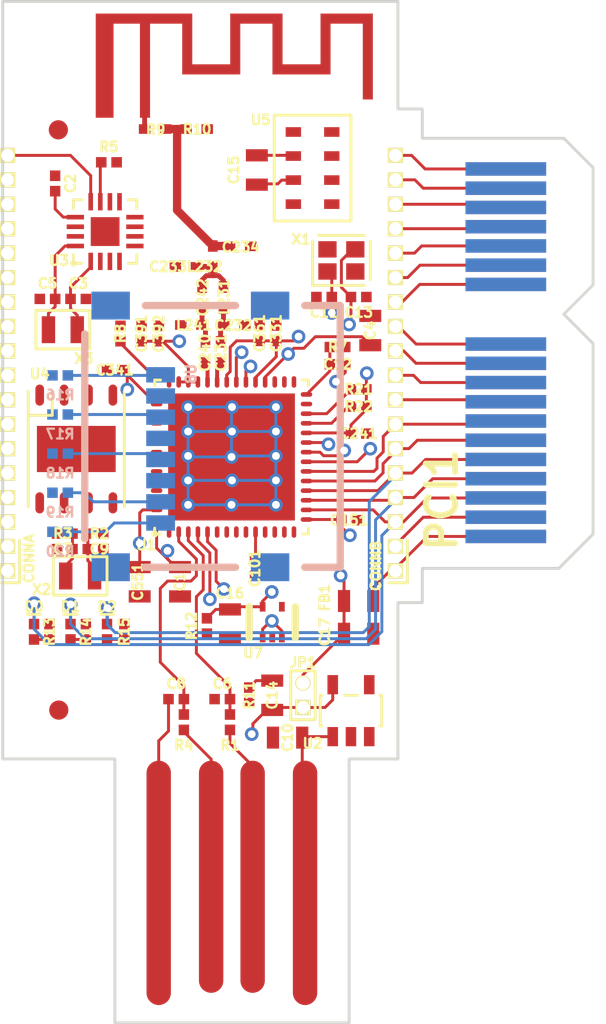
<source format=kicad_pcb>
(kicad_pcb (version 3) (host pcbnew "(2013-mar-13)-testing")
  (layers (15 F.Cu signal) (2 Inner2.Cu signal) (1 Inner1.Cu signal) (0 B.Cu signal) (18 B.Paste user) (19 F.Paste user) (20 B.SilkS user) (21 F.SilkS user) (22 B.Mask user) (23 F.Mask user) (28 Edge.Cuts user))
  (net 0 "")
  (net 1 ADC/DIO/GPIO/PA3)
  (net 2 ADC/DIO/GPIO/PA6)
  (net 3 ADC_LIGHT/PA7)
  (net 4 BAR_EN/PB1)
  (net 5 CLKOUT)
  (net 6 CMPN/ADC/DIO/GPIO/PA4)
  (net 7 CMPP/ADC/DIO/GPIO/PA5)
  (net 8 E2PROM_EN/PB2)
  (net 9 GND)
  (net 10 GPIO/PC4)
  (net 11 GPIO/PC5)
  (net 12 GPIO/PC6)
  (net 13 GPIO/PC7)
  (net 14 GPIO/PD5)
  (net 15 HP-GPIO/PC0)
  (net 16 HP-GPIO/PC1)
  (net 17 HP-GPIO/PC2)
  (net 18 HP-GPIO/PC3)
  (net 19 JTAG_TCK)
  (net 20 JTAG_TDI/PB6)
  (net 21 JTAG_TDO/PB7)
  (net 22 JTAG_TMS)
  (net 23 "LED0/ROM_BL _RXD/PA0")
  (net 24 "LED1/ROM_BL _TXD/PA1")
  (net 25 "LED2/ROM_BL _SEL/PA2")
  (net 26 LIGHT_EN/PB0)
  (net 27 MISO/GPIO/PD2)
  (net 28 MOSI/GPIO/PD3)
  (net 29 N-000001)
  (net 30 N-0000012)
  (net 31 N-0000013)
  (net 32 N-0000014)
  (net 33 N-000003)
  (net 34 N-000004)
  (net 35 N-000005)
  (net 36 N-0000051)
  (net 37 N-0000052)
  (net 38 N-0000053)
  (net 39 N-0000054)
  (net 40 N-0000055)
  (net 41 N-0000058)
  (net 42 N-0000059)
  (net 43 N-000006)
  (net 44 N-0000060)
  (net 45 N-0000061)
  (net 46 N-0000062)
  (net 47 N-0000063)
  (net 48 N-0000064)
  (net 49 N-0000065)
  (net 50 N-0000066)
  (net 51 N-000007)
  (net 52 N-0000071)
  (net 53 N-0000072)
  (net 54 N-0000073)
  (net 55 N-0000074)
  (net 56 N-0000076)
  (net 57 N-0000078)
  (net 58 N-000008)
  (net 59 N-0000080)
  (net 60 RESET_N)
  (net 61 RTC_EN/PB3)
  (net 62 RTC_INT/PB4)
  (net 63 SCK/GPIO/PD4)
  (net 64 SCL/GPIO/PD1)
  (net 65 SDA/GPIO/PD0)
  (net 66 SD_EN/GPIO/PB5)
  (net 67 USB_N)
  (net 68 USB_P)
  (net 69 VBUS)
  (net 70 VDD)
  (net 71 VDD_EB)
  (net 72 VDD_USB)
  (net 73 XOSC32K_Q1/PD6)
  (net 74 XOSC32K_Q2/PD7)
  (net 75 XPSC32M_Q1)
  (net 76 XPSC32M_Q2)
  (module VSCN_SM0603 (layer F.Cu) (at 70.7 70.8 270)
    (fp_text reference C1 (at 0 0 270) (layer F.SilkS) (effects (font (size 0.508 0.508) (thickness 0.127))))
    (fp_text value 1uF hide)
    (pad 1 smd rect (at -0.762 0 270) (size 0.635 1.143) (layers F.Cu F.Paste F.Mask) (net 43 N-000006))
    (pad 2 smd rect (at 0.762 0 270) (size 0.635 1.143) (layers F.Cu F.Paste F.Mask) (net 9 GND))
  )
  (module VSCN_SM0402 (layer F.Cu) (at 64.2 50.1 90)
    (fp_text reference C2 (at 0 0.8 90) (layer F.SilkS) (effects (font (size 0.508 0.508) (thickness 0.127))))
    (fp_text value 100n hide)
    (pad 1 smd rect (at -0.40005 0 90) (size 0.55118 0.54102) (layers F.Cu F.Paste F.Mask) (net 70 VDD))
    (pad 2 smd rect (at 0.40005 0 90) (size 0.55118 0.54102) (layers F.Cu F.Paste F.Mask) (net 9 GND))
  )
  (module VSCN_SM0402 (layer F.Cu) (at 65.4 56.1 180)
    (fp_text reference C3 (at 0 0.8 360) (layer F.SilkS) (effects (font (size 0.508 0.508) (thickness 0.127))))
    (fp_text value 18p hide)
    (pad 1 smd rect (at -0.40005 0 180) (size 0.55118 0.54102) (layers F.Cu F.Paste F.Mask) (net 9 GND))
    (pad 2 smd rect (at 0.40005 0 180) (size 0.55118 0.54102) (layers F.Cu F.Paste F.Mask) (net 59 N-0000080))
  )
  (module VSCN_SM0603 (layer F.Cu) (at 80.60436 57.74436 90)
    (fp_text reference C4 (at 0 0 90) (layer F.SilkS) (effects (font (size 0.508 0.508) (thickness 0.127))))
    (fp_text value 1uF hide)
    (pad 1 smd rect (at -0.762 0 90) (size 0.635 1.143) (layers F.Cu F.Paste F.Mask) (net 43 N-000006))
    (pad 2 smd rect (at 0.762 0 90) (size 0.635 1.143) (layers F.Cu F.Paste F.Mask) (net 9 GND))
  )
  (module VSCN_SM0402 (layer F.Cu) (at 63.8 56.1)
    (fp_text reference C5 (at 0 -0.8) (layer F.SilkS) (effects (font (size 0.508 0.508) (thickness 0.127))))
    (fp_text value 18p hide)
    (pad 1 smd rect (at -0.40005 0) (size 0.55118 0.54102) (layers F.Cu F.Paste F.Mask) (net 9 GND))
    (pad 2 smd rect (at 0.40005 0) (size 0.55118 0.54102) (layers F.Cu F.Paste F.Mask) (net 31 N-0000013))
  )
  (module VSCN_SM0402 (layer F.Cu) (at 72.9 76.9 180)
    (fp_text reference C6 (at 0 0.8 180) (layer F.SilkS) (effects (font (size 0.508 0.508) (thickness 0.127))))
    (fp_text value 47pF hide)
    (pad 1 smd rect (at -0.40005 0 180) (size 0.55118 0.54102) (layers F.Cu F.Paste F.Mask) (net 67 USB_N))
    (pad 2 smd rect (at 0.40005 0 180) (size 0.55118 0.54102) (layers F.Cu F.Paste F.Mask) (net 9 GND))
  )
  (module VSCN_SM0402 (layer F.Cu) (at 64.7 69.1 180)
    (fp_text reference C7 (at 0.1 0 180) (layer F.SilkS) (effects (font (size 0.508 0.508) (thickness 0.127))))
    (fp_text value 22pF hide)
    (pad 1 smd rect (at -0.40005 0 180) (size 0.55118 0.54102) (layers F.Cu F.Paste F.Mask) (net 34 N-000004))
    (pad 2 smd rect (at 0.40005 0 180) (size 0.55118 0.54102) (layers F.Cu F.Paste F.Mask) (net 9 GND))
  )
  (module VSCN_SM0402 (layer F.Cu) (at 70.5 76.9 180)
    (fp_text reference C8 (at 0 0.8 180) (layer F.SilkS) (effects (font (size 0.508 0.508) (thickness 0.127))))
    (fp_text value 47pF hide)
    (pad 1 smd rect (at -0.40005 0 180) (size 0.55118 0.54102) (layers F.Cu F.Paste F.Mask) (net 68 USB_P))
    (pad 2 smd rect (at 0.40005 0 180) (size 0.55118 0.54102) (layers F.Cu F.Paste F.Mask) (net 9 GND))
  )
  (module VSCN_SM0402 (layer F.Cu) (at 66.3 69.1)
    (fp_text reference C9 (at 0.2 0) (layer F.SilkS) (effects (font (size 0.508 0.508) (thickness 0.127))))
    (fp_text value 22pF hide)
    (pad 1 smd rect (at -0.40005 0) (size 0.55118 0.54102) (layers F.Cu F.Paste F.Mask) (net 50 N-0000066))
    (pad 2 smd rect (at 0.40005 0) (size 0.55118 0.54102) (layers F.Cu F.Paste F.Mask) (net 9 GND))
  )
  (module VSCN_SM0603 (layer F.Cu) (at 76.3 78.9 180)
    (fp_text reference C10 (at 0 0 270) (layer F.SilkS) (effects (font (size 0.508 0.508) (thickness 0.127))))
    (fp_text value 1uF hide)
    (pad 1 smd rect (at -0.762 0 180) (size 0.635 1.143) (layers F.Cu F.Paste F.Mask) (net 69 VBUS))
    (pad 2 smd rect (at 0.762 0 180) (size 0.635 1.143) (layers F.Cu F.Paste F.Mask) (net 9 GND))
  )
  (module VSCN_SM0402 (layer F.Cu) (at 78.2 56 180)
    (fp_text reference C11 (at 0 -0.8 180) (layer F.SilkS) (effects (font (size 0.508 0.508) (thickness 0.127))))
    (fp_text value 22pF hide)
    (pad 1 smd rect (at -0.40005 0 180) (size 0.55118 0.54102) (layers F.Cu F.Paste F.Mask) (net 76 XPSC32M_Q2))
    (pad 2 smd rect (at 0.40005 0 180) (size 0.55118 0.54102) (layers F.Cu F.Paste F.Mask) (net 9 GND))
  )
  (module VSCN_SM0402 (layer F.Cu) (at 78.9 58.6 180)
    (fp_text reference C12 (at 0 -0.9 180) (layer F.SilkS) (effects (font (size 0.508 0.508) (thickness 0.127))))
    (fp_text value 1nF hide)
    (pad 1 smd rect (at -0.40005 0 180) (size 0.55118 0.54102) (layers F.Cu F.Paste F.Mask) (net 9 GND))
    (pad 2 smd rect (at 0.40005 0 180) (size 0.55118 0.54102) (layers F.Cu F.Paste F.Mask) (net 30 N-0000012))
  )
  (module VSCN_SM0402 (layer F.Cu) (at 80 56)
    (fp_text reference C13 (at 0 0.8) (layer F.SilkS) (effects (font (size 0.508 0.508) (thickness 0.127))))
    (fp_text value 22pF hide)
    (pad 1 smd rect (at -0.40005 0) (size 0.55118 0.54102) (layers F.Cu F.Paste F.Mask) (net 75 XPSC32M_Q1))
    (pad 2 smd rect (at 0.40005 0) (size 0.55118 0.54102) (layers F.Cu F.Paste F.Mask) (net 9 GND))
  )
  (module VSCN_SM0603 (layer F.Cu) (at 75.5 76.7 90)
    (fp_text reference C14 (at 0 0 90) (layer F.SilkS) (effects (font (size 0.508 0.508) (thickness 0.127))))
    (fp_text value 1uF hide)
    (pad 1 smd rect (at -0.762 0 90) (size 0.635 1.143) (layers F.Cu F.Paste F.Mask) (net 72 VDD_USB))
    (pad 2 smd rect (at 0.762 0 90) (size 0.635 1.143) (layers F.Cu F.Paste F.Mask) (net 35 N-000005))
  )
  (module VSCN_SM0603 (layer F.Cu) (at 74.7 49.4 270)
    (fp_text reference C15 (at 0 1.2 270) (layer F.SilkS) (effects (font (size 0.508 0.508) (thickness 0.127))))
    (fp_text value 1uF hide)
    (pad 1 smd rect (at -0.762 0 270) (size 0.635 1.143) (layers F.Cu F.Paste F.Mask) (net 56 N-0000076))
    (pad 2 smd rect (at 0.762 0 270) (size 0.635 1.143) (layers F.Cu F.Paste F.Mask) (net 9 GND))
  )
  (module VSCN_SM0603 (layer F.Cu) (at 73.3 73 270)
    (fp_text reference C16 (at -1.6 0 360) (layer F.SilkS) (effects (font (size 0.508 0.508) (thickness 0.127))))
    (fp_text value 47uF hide)
    (pad 1 smd rect (at -0.762 0 270) (size 0.635 1.143) (layers F.Cu F.Paste F.Mask) (net 3 ADC_LIGHT/PA7))
    (pad 2 smd rect (at 0.762 0 270) (size 0.635 1.143) (layers F.Cu F.Paste F.Mask) (net 9 GND))
  )
  (module VSCN_SM0603 (layer F.Cu) (at 80 73.5 180)
    (fp_text reference C17 (at 1.768 0.094 270) (layer F.SilkS) (effects (font (size 0.508 0.508) (thickness 0.127))))
    (fp_text value 2.2uF hide)
    (pad 1 smd rect (at -0.762 0 180) (size 0.635 1.143) (layers F.Cu F.Paste F.Mask) (net 9 GND))
    (pad 2 smd rect (at 0.762 0 180) (size 0.635 1.143) (layers F.Cu F.Paste F.Mask) (net 70 VDD))
  )
  (module VSCN_SM0402 (layer F.Cu) (at 74.6 70.1 270)
    (fp_text reference C101 (at 0 0 270) (layer F.SilkS) (effects (font (size 0.508 0.508) (thickness 0.127))))
    (fp_text value 100nF hide)
    (pad 1 smd rect (at -0.40005 0 270) (size 0.55118 0.54102) (layers F.Cu F.Paste F.Mask) (net 70 VDD))
    (pad 2 smd rect (at 0.40005 0 270) (size 0.55118 0.54102) (layers F.Cu F.Paste F.Mask) (net 9 GND))
  )
  (module VSCN_SM0402 (layer F.Cu) (at 79.5 67.6)
    (fp_text reference C151 (at 0 0) (layer F.SilkS) (effects (font (size 0.508 0.508) (thickness 0.127))))
    (fp_text value 100nF hide)
    (pad 1 smd rect (at -0.40005 0) (size 0.55118 0.54102) (layers F.Cu F.Paste F.Mask) (net 70 VDD))
    (pad 2 smd rect (at 0.40005 0) (size 0.55118 0.54102) (layers F.Cu F.Paste F.Mask) (net 9 GND))
  )
  (module VSCN_SM0402_F-ANTENNA (layer F.Cu) (at 72.81164 59.43092 90)
    (fp_text reference C231 (at 0.5461 0.02286 90) (layer F.SilkS) (effects (font (size 0.508 0.508) (thickness 0.127))))
    (fp_text value 100pF hide)
    (pad 1 smd rect (at 0 0 90) (size 0.59944 0.50038) (layers F.Cu F.Paste F.Mask) (net 58 N-000008))
    (pad 2 smd rect (at 1.09982 0 90) (size 0.59944 0.50038) (layers F.Cu F.Paste F.Mask) (net 48 N-0000064))
  )
  (module VSCN_SM0402_F-ANTENNA (layer F.Cu) (at 74.07402 57.45734 180)
    (fp_text reference C232 (at 0.5969 -0.02286 180) (layer F.SilkS) (effects (font (size 0.508 0.508) (thickness 0.127))))
    (fp_text value 1pF hide)
    (pad 1 smd rect (at 0 0 180) (size 0.59944 0.50038) (layers F.Cu F.Paste F.Mask) (net 9 GND))
    (pad 2 smd rect (at 1.09982 0 180) (size 0.59944 0.50038) (layers F.Cu F.Paste F.Mask) (net 48 N-0000064) (clearance 0.3556))
  )
  (module VSCN_SM0402_F-ANTENNA (layer F.Cu) (at 70.45706 54.43474)
    (fp_text reference C233 (at -0.381 -0.00762) (layer F.SilkS) (effects (font (size 0.508 0.508) (thickness 0.127))))
    (fp_text value 1.8pF hide)
    (pad 1 smd rect (at 0 0) (size 0.59944 0.50038) (layers F.Cu F.Paste F.Mask) (net 9 GND))
    (pad 2 smd rect (at 1.09982 0) (size 0.59944 0.50038) (layers F.Cu F.Paste F.Mask) (net 41 N-0000058) (clearance 0.3556))
  )
  (module VSCN_SM0402_F-ANTENNA (layer F.Cu) (at 74.37882 53.36794 180)
    (fp_text reference C234 (at 0.51816 -0.04064 180) (layer F.SilkS) (effects (font (size 0.508 0.508) (thickness 0.127))))
    (fp_text value 1.5pF hide)
    (pad 1 smd rect (at 0 0 180) (size 0.59944 0.50038) (layers F.Cu F.Paste F.Mask) (net 9 GND))
    (pad 2 smd rect (at 1.09982 0 180) (size 0.59944 0.50038) (layers F.Cu F.Paste F.Mask) (net 36 N-0000051) (clearance 0.3556))
  )
  (module VSCN_SM0402_F-ANTENNA (layer F.Cu) (at 72.02424 58.32856 270)
    (fp_text reference C240 (at 0.57404 0.02286 270) (layer F.SilkS) (effects (font (size 0.508 0.508) (thickness 0.127))))
    (fp_text value 100pF hide)
    (pad 1 smd rect (at 0 0 270) (size 0.59944 0.50038) (layers F.Cu F.Paste F.Mask) (net 47 N-0000063))
    (pad 2 smd rect (at 1.09982 0 270) (size 0.59944 0.50038) (layers F.Cu F.Paste F.Mask) (net 51 N-000007))
  )
  (module VSCN_SM0402 (layer F.Cu) (at 80 63.1)
    (fp_text reference C241 (at 0 0) (layer F.SilkS) (effects (font (size 0.508 0.508) (thickness 0.127))))
    (fp_text value 100nF hide)
    (pad 1 smd rect (at -0.40005 0) (size 0.55118 0.54102) (layers F.Cu F.Paste F.Mask) (net 70 VDD))
    (pad 2 smd rect (at 0.40005 0) (size 0.55118 0.54102) (layers F.Cu F.Paste F.Mask) (net 9 GND))
  )
  (module VSCN_SM0402_F-ANTENNA (layer F.Cu) (at 71.84644 55.49646 270)
    (fp_text reference C242 (at 0.52324 -0.04064 270) (layer F.SilkS) (effects (font (size 0.508 0.508) (thickness 0.127))))
    (fp_text value 1pF hide)
    (pad 1 smd rect (at 0 0 270) (size 0.59944 0.50038) (layers F.Cu F.Paste F.Mask) (net 41 N-0000058) (clearance 0.3556))
    (pad 2 smd rect (at 1.09982 0 270) (size 0.59944 0.50038) (layers F.Cu F.Paste F.Mask) (net 47 N-0000063) (clearance 0.3556))
  )
  (module VSCN_SM0402 (layer F.Cu) (at 75.70978 57.88152 90)
    (fp_text reference C331 (at 0 0 90) (layer F.SilkS) (effects (font (size 0.508 0.508) (thickness 0.127))))
    (fp_text value 100nF hide)
    (pad 1 smd rect (at -0.40005 0 90) (size 0.55118 0.54102) (layers F.Cu F.Paste F.Mask) (net 70 VDD))
    (pad 2 smd rect (at 0.40005 0 90) (size 0.55118 0.54102) (layers F.Cu F.Paste F.Mask) (net 9 GND))
  )
  (module VSCN_SM0402 (layer F.Cu) (at 67.3 59.8 180)
    (fp_text reference C341 (at 0 0 180) (layer F.SilkS) (effects (font (size 0.508 0.508) (thickness 0.127))))
    (fp_text value 100nF hide)
    (pad 1 smd rect (at -0.40005 0 180) (size 0.55118 0.54102) (layers F.Cu F.Paste F.Mask) (net 70 VDD))
    (pad 2 smd rect (at 0.40005 0 180) (size 0.55118 0.54102) (layers F.Cu F.Paste F.Mask) (net 9 GND))
  )
  (module VSCN_SM0402 (layer F.Cu) (at 74.84364 57.88152 90)
    (fp_text reference C361 (at 0 0 90) (layer F.SilkS) (effects (font (size 0.508 0.508) (thickness 0.127))))
    (fp_text value 100nF hide)
    (pad 1 smd rect (at -0.40005 0 90) (size 0.55118 0.54102) (layers F.Cu F.Paste F.Mask) (net 70 VDD))
    (pad 2 smd rect (at 0.40005 0 90) (size 0.55118 0.54102) (layers F.Cu F.Paste F.Mask) (net 9 GND))
  )
  (module VSCN_SM0402 (layer F.Cu) (at 69.6 57.9 90)
    (fp_text reference C391 (at 0 -0.9 90) (layer F.SilkS) (effects (font (size 0.508 0.508) (thickness 0.127))))
    (fp_text value 100nF hide)
    (pad 1 smd rect (at -0.40005 0 90) (size 0.55118 0.54102) (layers F.Cu F.Paste F.Mask) (net 70 VDD))
    (pad 2 smd rect (at 0.40005 0 90) (size 0.55118 0.54102) (layers F.Cu F.Paste F.Mask) (net 9 GND))
  )
  (module VSCN_SM0402 (layer F.Cu) (at 68.7 57.9 90)
    (fp_text reference C392 (at 0 0.9 90) (layer F.SilkS) (effects (font (size 0.508 0.508) (thickness 0.127))))
    (fp_text value 220pF hide)
    (pad 1 smd rect (at -0.40005 0 90) (size 0.55118 0.54102) (layers F.Cu F.Paste F.Mask) (net 70 VDD))
    (pad 2 smd rect (at 0.40005 0 90) (size 0.55118 0.54102) (layers F.Cu F.Paste F.Mask) (net 9 GND))
  )
  (module VSCN_SM0603 (layer F.Cu) (at 68.6 70.8 270)
    (fp_text reference C551 (at 0 0.1 270) (layer F.SilkS) (effects (font (size 0.508 0.508) (thickness 0.127))))
    (fp_text value 1uF hide)
    (pad 1 smd rect (at -0.762 0 270) (size 0.635 1.143) (layers F.Cu F.Paste F.Mask) (net 70 VDD))
    (pad 2 smd rect (at 0.762 0 270) (size 0.635 1.143) (layers F.Cu F.Paste F.Mask) (net 9 GND))
  )
  (module VSCN_SM0603 (layer F.Cu) (at 80 71.8)
    (fp_text reference FB1 (at -1.768 -0.172 90) (layer F.SilkS) (effects (font (size 0.508 0.508) (thickness 0.127))))
    (fp_text value BLM18HE152SN1 hide)
    (pad 1 smd rect (at -0.762 0) (size 0.635 1.143) (layers F.Cu F.Paste F.Mask) (net 70 VDD))
    (pad 2 smd rect (at 0.762 0) (size 0.635 1.143) (layers F.Cu F.Paste F.Mask) (net 71 VDD_EB))
  )
  (module VSCN_SM0402_F-ANTENNA (layer F.Cu) (at 72.9615 56.58612 90)
    (fp_text reference L231 (at 0.58928 0.02286 90) (layer F.SilkS) (effects (font (size 0.508 0.508) (thickness 0.127))))
    (fp_text value 1.2nH hide)
    (pad 1 smd rect (at 0 0 90) (size 0.59944 0.50038) (layers F.Cu F.Paste F.Mask) (net 48 N-0000064) (clearance 0.3556))
    (pad 2 smd rect (at 1.09982 0 90) (size 0.59944 0.50038) (layers F.Cu F.Paste F.Mask) (net 41 N-0000058) (clearance 0.3556))
  )
  (module VSCN_SM0402_F-ANTENNA (layer F.Cu) (at 72.40524 54.44998 90)
    (fp_text reference L232 (at 0.03048 -0.42672 180) (layer F.SilkS) (effects (font (size 0.508 0.508) (thickness 0.127))))
    (fp_text value 1.2nH hide)
    (pad 1 smd rect (at 0 0 90) (size 0.59944 0.50038) (layers F.Cu F.Paste F.Mask) (net 41 N-0000058) (clearance 0.3556))
    (pad 2 smd rect (at 1.09982 0 90) (size 0.59944 0.50038) (layers F.Cu F.Paste F.Mask) (net 36 N-0000051) (clearance 0.3556))
  )
  (module VSCN_SM0402_F-ANTENNA (layer F.Cu) (at 70.739 57.45734)
    (fp_text reference L241 (at 0.69088 0.00254) (layer F.SilkS) (effects (font (size 0.508 0.508) (thickness 0.127))))
    (fp_text value 1.2nH hide)
    (pad 1 smd rect (at 0 0) (size 0.59944 0.50038) (layers F.Cu F.Paste F.Mask) (net 9 GND))
    (pad 2 smd rect (at 1.09982 0) (size 0.59944 0.50038) (layers F.Cu F.Paste F.Mask) (net 47 N-0000063) (clearance 0.3556))
  )
  (module VSCN_USB-A_PCB-PLUG (layer F.Cu) (at 73.4 80.1 180)
    (fp_text reference P1 (at 0 -14.39418 180) (layer F.SilkS) (effects (font (size 0.508 0.508) (thickness 0.127))))
    (fp_text value USB-PLUG hide)
    (pad 2 smd oval (at -1.0795 -6.0325 180) (size 1.27 12.065) (layers F.Cu F.Mask) (net 29 N-000001))
    (pad 1 smd oval (at -3.81 -6.35 180) (size 1.27 12.7) (layers F.Cu F.Mask) (net 69 VBUS))
    (pad 3 smd oval (at 1.0795 -6.0325 180) (size 1.27 12.065) (layers F.Cu F.Mask) (net 33 N-000003))
    (pad 4 smd oval (at 3.81 -6.35 180) (size 1.27 12.7) (layers F.Cu F.Mask) (net 9 GND))
  )
  (module fiducial15 (layer F.Cu) (at 64.36614 47.31258)
    (fp_text reference P5 hide)
    (fp_text value CONN_1 hide)
    (pad "" smd circle (at 0 0) (size 1 1) (layers F.Cu F.Mask) (clearance 0.5))
  )
  (module fiducial15 (layer F.Cu) (at 64.389 77.47)
    (fp_text reference P6 hide)
    (fp_text value CONN_1 hide)
    (pad "" smd circle (at 0 0) (size 1 1) (layers F.Cu F.Mask) (clearance 0.5))
  )
  (module VSCN_SM0402 (layer F.Cu) (at 73.3 78.1 90)
    (fp_text reference R1 (at -1.2 0 180) (layer F.SilkS) (effects (font (size 0.508 0.508) (thickness 0.127))))
    (fp_text value 33 hide)
    (pad 1 smd rect (at -0.40005 0 90) (size 0.55118 0.54102) (layers F.Cu F.Paste F.Mask) (net 29 N-000001))
    (pad 2 smd rect (at 0.40005 0 90) (size 0.55118 0.54102) (layers F.Cu F.Paste F.Mask) (net 67 USB_N))
  )
  (module VSCN_SM0402 (layer F.Cu) (at 66.3 68.3 180)
    (fp_text reference R2 (at -0.2 0 180) (layer F.SilkS) (effects (font (size 0.508 0.508) (thickness 0.127))))
    (fp_text value 0 hide)
    (pad 1 smd rect (at -0.40005 0 180) (size 0.55118 0.54102) (layers F.Cu F.Paste F.Mask) (net 74 XOSC32K_Q2/PD7))
    (pad 2 smd rect (at 0.40005 0 180) (size 0.55118 0.54102) (layers F.Cu F.Paste F.Mask) (net 50 N-0000066))
  )
  (module VSCN_SM0402 (layer F.Cu) (at 64.7 68.3)
    (fp_text reference R3 (at -0.1 0) (layer F.SilkS) (effects (font (size 0.508 0.508) (thickness 0.127))))
    (fp_text value 0 hide)
    (pad 1 smd rect (at -0.40005 0) (size 0.55118 0.54102) (layers F.Cu F.Paste F.Mask) (net 73 XOSC32K_Q1/PD6))
    (pad 2 smd rect (at 0.40005 0) (size 0.55118 0.54102) (layers F.Cu F.Paste F.Mask) (net 34 N-000004))
  )
  (module VSCN_SM0402 (layer F.Cu) (at 70.9 78.1 90)
    (fp_text reference R4 (at -1.2 0 180) (layer F.SilkS) (effects (font (size 0.508 0.508) (thickness 0.127))))
    (fp_text value 33 hide)
    (pad 1 smd rect (at -0.40005 0 90) (size 0.55118 0.54102) (layers F.Cu F.Paste F.Mask) (net 33 N-000003))
    (pad 2 smd rect (at 0.40005 0 90) (size 0.55118 0.54102) (layers F.Cu F.Paste F.Mask) (net 68 USB_P))
  )
  (module VSCN_SM0402 (layer F.Cu) (at 67 49)
    (fp_text reference R5 (at 0 -0.8) (layer F.SilkS) (effects (font (size 0.508 0.508) (thickness 0.127))))
    (fp_text value 47K hide)
    (pad 1 smd rect (at -0.40005 0) (size 0.55118 0.54102) (layers F.Cu F.Paste F.Mask) (net 57 N-0000078))
    (pad 2 smd rect (at 0.40005 0) (size 0.55118 0.54102) (layers F.Cu F.Paste F.Mask) (net 9 GND))
  )
  (module VSCN_SM0402 (layer F.Cu) (at 78.9 59.5)
    (fp_text reference R7 (at 0 -0.9) (layer F.SilkS) (effects (font (size 0.508 0.508) (thickness 0.127))))
    (fp_text value 2.2K hide)
    (pad 1 smd rect (at -0.40005 0) (size 0.55118 0.54102) (layers F.Cu F.Paste F.Mask) (net 30 N-0000012))
    (pad 2 smd rect (at 0.40005 0) (size 0.55118 0.54102) (layers F.Cu F.Paste F.Mask) (net 60 RESET_N))
  )
  (module VSCN_SM0402 (layer F.Cu) (at 67.6 57.9 90)
    (fp_text reference R8 (at 0 0 90) (layer F.SilkS) (effects (font (size 0.508 0.508) (thickness 0.127))))
    (fp_text value 56K hide)
    (pad 1 smd rect (at -0.40005 0 90) (size 0.55118 0.54102) (layers F.Cu F.Paste F.Mask) (net 32 N-0000014))
    (pad 2 smd rect (at 0.40005 0 90) (size 0.55118 0.54102) (layers F.Cu F.Paste F.Mask) (net 9 GND))
  )
  (module VSCN_SM0402_F-ANTENNA (layer F.Cu) (at 69.95668 47.27194 180)
    (fp_text reference R9 (at 0.52832 -0.04064 180) (layer F.SilkS) (effects (font (size 0.508 0.508) (thickness 0.127))))
    (fp_text value 0 hide)
    (pad 1 smd rect (at 0 0 180) (size 0.59944 0.50038) (layers F.Cu F.Paste F.Mask) (net 36 N-0000051) (clearance 0.3556))
    (pad 2 smd rect (at 1.09982 0 180) (size 0.59944 0.50038) (layers F.Cu F.Paste F.Mask) (net 37 N-0000052) (clearance 0.3556))
  )
  (module VSCN_SM0402_F-ANTENNA (layer F.Cu) (at 71.01586 47.27194)
    (fp_text reference R10 (at 0.57404 0.0127) (layer F.SilkS) (effects (font (size 0.508 0.508) (thickness 0.127))))
    (fp_text value NO hide)
    (pad 1 smd rect (at 0 0) (size 0.59944 0.50038) (layers F.Cu F.Paste F.Mask) (net 36 N-0000051) (clearance 0.3556))
    (pad 2 smd rect (at 1.09982 0) (size 0.59944 0.50038) (layers F.Cu F.Paste F.Mask) (net 9 GND))
  )
  (module VSCN_SM0402 (layer F.Cu) (at 74.3 76.7 270)
    (fp_text reference R11 (at 0 0 270) (layer F.SilkS) (effects (font (size 0.508 0.508) (thickness 0.127))))
    (fp_text value RSML hide)
    (pad 1 smd rect (at -0.40005 0 270) (size 0.55118 0.54102) (layers F.Cu F.Paste F.Mask) (net 35 N-000005))
    (pad 2 smd rect (at 0.40005 0 270) (size 0.55118 0.54102) (layers F.Cu F.Paste F.Mask) (net 9 GND))
  )
  (module VSCN_SM0402 (layer F.Cu) (at 72.1 73.1 270)
    (fp_text reference R12 (at 0 0.8 270) (layer F.SilkS) (effects (font (size 0.508 0.508) (thickness 0.127))))
    (fp_text value 4.4K hide)
    (pad 1 smd rect (at -0.40005 0 270) (size 0.55118 0.54102) (layers F.Cu F.Paste F.Mask) (net 3 ADC_LIGHT/PA7))
    (pad 2 smd rect (at 0.40005 0 270) (size 0.55118 0.54102) (layers F.Cu F.Paste F.Mask) (net 9 GND))
  )
  (module VSCN_SM0402 (layer F.Cu) (at 63.9 73.4 90)
    (fp_text reference R13 (at 0 0 90) (layer F.SilkS) (effects (font (size 0.508 0.508) (thickness 0.127))))
    (fp_text value RSML hide)
    (pad 1 smd rect (at -0.40005 0 90) (size 0.55118 0.54102) (layers F.Cu F.Paste F.Mask) (net 54 N-0000073))
    (pad 2 smd rect (at 0.40005 0 90) (size 0.55118 0.54102) (layers F.Cu F.Paste F.Mask) (net 9 GND))
  )
  (module VSCN_SM0402 (layer F.Cu) (at 65.8 73.4 90)
    (fp_text reference R14 (at 0 0 90) (layer F.SilkS) (effects (font (size 0.508 0.508) (thickness 0.127))))
    (fp_text value RSML hide)
    (pad 1 smd rect (at -0.40005 0 90) (size 0.55118 0.54102) (layers F.Cu F.Paste F.Mask) (net 52 N-0000071))
    (pad 2 smd rect (at 0.40005 0 90) (size 0.55118 0.54102) (layers F.Cu F.Paste F.Mask) (net 9 GND))
  )
  (module VSCN_SM0402 (layer F.Cu) (at 67.8 73.4 90)
    (fp_text reference R15 (at 0 0 90) (layer F.SilkS) (effects (font (size 0.508 0.508) (thickness 0.127))))
    (fp_text value RSML hide)
    (pad 1 smd rect (at -0.40005 0 90) (size 0.55118 0.54102) (layers F.Cu F.Paste F.Mask) (net 55 N-0000074))
    (pad 2 smd rect (at 0.40005 0 90) (size 0.55118 0.54102) (layers F.Cu F.Paste F.Mask) (net 9 GND))
  )
  (module VSCN_SM0402 (layer B.Cu) (at 64.46012 60.07608)
    (fp_text reference R16 (at 0 1.016) (layer B.SilkS) (effects (font (size 0.508 0.508) (thickness 0.127)) (justify mirror)))
    (fp_text value 10K hide)
    (pad 1 smd rect (at -0.40005 0) (size 0.55118 0.54102) (layers B.Cu B.Paste B.Mask) (net 70 VDD))
    (pad 2 smd rect (at 0.40005 0) (size 0.55118 0.54102) (layers B.Cu B.Paste B.Mask) (net 40 N-0000055))
  )
  (module VSCN_SM0402 (layer B.Cu) (at 64.46012 62.10808)
    (fp_text reference R17 (at 0 1.016) (layer B.SilkS) (effects (font (size 0.508 0.508) (thickness 0.127)) (justify mirror)))
    (fp_text value 10K hide)
    (pad 1 smd rect (at -0.40005 0) (size 0.55118 0.54102) (layers B.Cu B.Paste B.Mask) (net 70 VDD))
    (pad 2 smd rect (at 0.40005 0) (size 0.55118 0.54102) (layers B.Cu B.Paste B.Mask) (net 28 MOSI/GPIO/PD3))
  )
  (module VSCN_SM0402 (layer B.Cu) (at 64.46012 64.14008)
    (fp_text reference R18 (at 0 1.016) (layer B.SilkS) (effects (font (size 0.508 0.508) (thickness 0.127)) (justify mirror)))
    (fp_text value 10K hide)
    (pad 1 smd rect (at -0.40005 0) (size 0.55118 0.54102) (layers B.Cu B.Paste B.Mask) (net 70 VDD))
    (pad 2 smd rect (at 0.40005 0) (size 0.55118 0.54102) (layers B.Cu B.Paste B.Mask) (net 63 SCK/GPIO/PD4))
  )
  (module VSCN_SM0402 (layer B.Cu) (at 64.46012 66.17208)
    (fp_text reference R19 (at 0 1.016) (layer B.SilkS) (effects (font (size 0.508 0.508) (thickness 0.127)) (justify mirror)))
    (fp_text value 10K hide)
    (pad 1 smd rect (at -0.40005 0) (size 0.55118 0.54102) (layers B.Cu B.Paste B.Mask) (net 70 VDD))
    (pad 2 smd rect (at 0.40005 0) (size 0.55118 0.54102) (layers B.Cu B.Paste B.Mask) (net 27 MISO/GPIO/PD2))
  )
  (module VSCN_SM0402 (layer B.Cu) (at 64.46012 68.20408)
    (fp_text reference R20 (at 0 1.016) (layer B.SilkS) (effects (font (size 0.508 0.508) (thickness 0.127)) (justify mirror)))
    (fp_text value 10K hide)
    (pad 1 smd rect (at -0.40005 0) (size 0.55118 0.54102) (layers B.Cu B.Paste B.Mask) (net 70 VDD))
    (pad 2 smd rect (at 0.40005 0) (size 0.55118 0.54102) (layers B.Cu B.Paste B.Mask) (net 38 N-0000053))
  )
  (module VSCN_SM0402 (layer F.Cu) (at 80 60.8 180)
    (fp_text reference R21 (at 0 0 360) (layer F.SilkS) (effects (font (size 0.508 0.508) (thickness 0.127))))
    (fp_text value 10K hide)
    (pad 1 smd rect (at -0.40005 0 180) (size 0.55118 0.54102) (layers F.Cu F.Paste F.Mask) (net 70 VDD))
    (pad 2 smd rect (at 0.40005 0 180) (size 0.55118 0.54102) (layers F.Cu F.Paste F.Mask) (net 64 SCL/GPIO/PD1))
  )
  (module VSCN_SM0402 (layer F.Cu) (at 80 61.7 180)
    (fp_text reference R22 (at 0 0 180) (layer F.SilkS) (effects (font (size 0.508 0.508) (thickness 0.127))))
    (fp_text value 10K hide)
    (pad 1 smd rect (at -0.40005 0 180) (size 0.55118 0.54102) (layers F.Cu F.Paste F.Mask) (net 70 VDD))
    (pad 2 smd rect (at 0.40005 0 180) (size 0.55118 0.54102) (layers F.Cu F.Paste F.Mask) (net 65 SDA/GPIO/PD0))
  )
  (module VSCN-DFN_6X5 (layer F.Cu) (at 65.3 63.9 180)
    (fp_text reference U4 (at 1.9 3.9 360) (layer F.SilkS) (effects (font (size 0.508 0.508) (thickness 0.127))))
    (fp_text value VSCN-24AA512 hide)
    (pad 5 smd oval (at -1.905 -2.8 180) (size 0.45 1.1) (layers F.Cu F.Paste F.Mask) (net 65 SDA/GPIO/PD0))
    (pad 6 smd oval (at -0.635 -2.8 180) (size 0.45 1.1) (layers F.Cu F.Paste F.Mask) (net 64 SCL/GPIO/PD1))
    (pad 7 smd oval (at 0.635 -2.8 180) (size 0.45 1.1) (layers F.Cu F.Paste F.Mask) (net 9 GND))
    (pad 8 smd oval (at 1.905 -2.8 180) (size 0.45 1.1) (layers F.Cu F.Paste F.Mask) (net 8 E2PROM_EN/PB2))
    (pad 1 smd rect (at 0 0 180) (size 4.1 2.4) (layers F.Cu F.Paste F.Mask) (net 8 E2PROM_EN/PB2))
    (pad 1 smd oval (at 1.905 2.8 180) (size 0.45 1.1) (layers F.Cu F.Paste F.Mask) (net 8 E2PROM_EN/PB2))
    (pad 2 smd oval (at 0.635 2.8 180) (size 0.45 1.1) (layers F.Cu F.Paste F.Mask) (net 8 E2PROM_EN/PB2))
    (pad 3 smd oval (at -0.635 2.8 180) (size 0.45 1.1) (layers F.Cu F.Paste F.Mask) (net 8 E2PROM_EN/PB2))
    (pad 4 smd oval (at -1.905 2.8 180) (size 0.45 1.1) (layers F.Cu F.Paste F.Mask) (net 9 GND))
  )
  (module MPL115A2 (layer F.Cu) (at 77.6 49.3 270)
    (fp_text reference U5 (at -2.5 2.7 540) (layer F.SilkS) (effects (font (size 0.508 0.508) (thickness 0.127))))
    (fp_text value MPL115A2 hide)
    (pad 8 smd rect (at -1.87452 -1.00076 270) (size 0.50038 0.8001) (layers F.Cu F.Paste F.Mask) (net 64 SCL/GPIO/PD1))
    (pad 7 smd rect (at -0.62484 -1.00076 270) (size 0.50038 0.8001) (layers F.Cu F.Paste F.Mask) (net 65 SDA/GPIO/PD0))
    (pad 5 smd rect (at 1.87452 -1.00076 270) (size 0.50038 0.8001) (layers F.Cu F.Paste F.Mask) (net 4 BAR_EN/PB1))
    (pad 6 smd rect (at 0.62484 -1.00076 270) (size 0.50038 0.8001) (layers F.Cu F.Paste F.Mask) (net 53 N-0000072))
    (pad 3 smd rect (at 0.62484 1.00076 270) (size 0.50038 0.8001) (layers F.Cu F.Paste F.Mask) (net 9 GND))
    (pad 4 smd rect (at 1.87452 1.00076 270) (size 0.50038 0.8001) (layers F.Cu F.Paste F.Mask) (net 4 BAR_EN/PB1))
    (pad 2 smd rect (at -0.62484 1.00076 270) (size 0.50038 0.8001) (layers F.Cu F.Paste F.Mask) (net 56 N-0000076))
    (pad 1 smd rect (at -1.87452 1.00076 270) (size 0.50038 0.8001) (layers F.Cu F.Paste F.Mask) (net 4 BAR_EN/PB1))
  )
  (module BH1620FVC (layer F.Cu) (at 75 72.9)
    (fp_text reference U7 (at -0.5 1.6) (layer F.SilkS) (effects (font (size 0.508 0.508) (thickness 0.127))))
    (fp_text value BH1620FVC1 hide)
    (pad 5 smd rect (at 0 -0.8001) (size 0.29972 0.50038) (layers F.Cu F.Paste F.Mask) (net 3 ADC_LIGHT/PA7))
    (pad 4 smd rect (at 1.00076 -0.8001) (size 0.29972 0.50038) (layers F.Cu F.Paste F.Mask) (net 9 GND))
    (pad 3 smd rect (at 1.00076 0.8001) (size 0.29972 0.50038) (layers F.Cu F.Paste F.Mask) (net 26 LIGHT_EN/PB0))
    (pad 2 smd rect (at 0.50038 0.8001) (size 0.29972 0.50038) (layers F.Cu F.Paste F.Mask) (net 9 GND))
    (pad 1 smd rect (at 0 0.8001) (size 0.29972 0.50038) (layers F.Cu F.Paste F.Mask) (net 26 LIGHT_EN/PB0))
  )
  (module MICRO_SD (layer B.Cu) (at 72.39 63.246 270)
    (fp_text reference U8 (at -3.248 1.1163 270) (layer B.SilkS) (effects (font (size 0.508 0.508) (thickness 0.127)) (justify mirror)))
    (fp_text value MICRO_SD hide)
    (pad "" smd rect (at 6.8 -3 270) (size 1.45 2) (layers B.Cu B.Paste B.Mask))
    (pad "" smd rect (at -6.8 -3 270) (size 1.45 2) (layers B.Cu B.Paste B.Mask))
    (pad "" smd rect (at -6.8 5.3 270) (size 1.45 2) (layers B.Cu B.Paste B.Mask))
    (pad "" smd rect (at 6.8 5.3 270) (size 1.45 2) (layers B.Cu B.Paste B.Mask))
    (pad 1 smd rect (at -3.2 2.7 270) (size 0.8 1.5) (layers B.Cu B.Paste B.Mask) (net 40 N-0000055))
    (pad 2 smd rect (at -2.1 2.7 270) (size 0.8 1.5) (layers B.Cu B.Paste B.Mask) (net 66 SD_EN/GPIO/PB5))
    (pad 3 smd rect (at -1 2.7 270) (size 0.8 1.5) (layers B.Cu B.Paste B.Mask) (net 28 MOSI/GPIO/PD3))
    (pad 4 smd rect (at 0.1 2.7 270) (size 0.8 1.5) (layers B.Cu B.Paste B.Mask) (net 70 VDD))
    (pad 5 smd rect (at 1.2 2.7 270) (size 0.8 1.5) (layers B.Cu B.Paste B.Mask) (net 63 SCK/GPIO/PD4))
    (pad 6 smd rect (at 2.3 2.7 270) (size 0.8 1.5) (layers B.Cu B.Paste B.Mask) (net 9 GND))
    (pad 7 smd rect (at 3.4 2.7 270) (size 0.8 1.5) (layers B.Cu B.Paste B.Mask) (net 27 MISO/GPIO/PD2))
    (pad 8 smd rect (at 4.5 2.7 270) (size 0.8 1.5) (layers B.Cu B.Paste B.Mask) (net 38 N-0000053))
  )
  (module FA-128_32MH (layer F.Cu) (at 79.1 54.1)
    (fp_text reference X1 (at -2.1 -1.1) (layer F.SilkS) (effects (font (size 0.508 0.508) (thickness 0.127))))
    (fp_text value 32MHz hide)
    (pad 1 smd rect (at -0.725 0.575) (size 0.95 0.85) (layers F.Cu F.Paste F.Mask) (net 76 XPSC32M_Q2))
    (pad 2 smd rect (at 0.725 0.575) (size 0.95 0.85) (layers F.Cu F.Paste F.Mask) (net 9 GND))
    (pad 3 smd rect (at 0.725 -0.575) (size 0.95 0.85) (layers F.Cu F.Paste F.Mask) (net 75 XPSC32M_Q1))
    (pad 4 smd rect (at -0.725 -0.575) (size 0.95 0.85) (layers F.Cu F.Paste F.Mask) (net 9 GND))
  )
  (module FC-12M_32_768KH (layer F.Cu) (at 65.5 70.5)
    (fp_text reference X2 (at -2 0.7) (layer F.SilkS) (effects (font (size 0.508 0.508) (thickness 0.127))))
    (fp_text value 32.768kHz hide)
    (pad 1 smd rect (at -0.75 0) (size 0.7 1.4) (layers F.Cu F.Paste F.Mask) (net 34 N-000004))
    (pad 2 smd rect (at 0.75 0) (size 0.7 1.4) (layers F.Cu F.Paste F.Mask) (net 50 N-0000066))
  )
  (module FC-12M_32_768KH (layer F.Cu) (at 64.6 57.7 180)
    (fp_text reference X3 (at -1.1 -1.5 180) (layer F.SilkS) (effects (font (size 0.508 0.508) (thickness 0.127))))
    (fp_text value 32.768kHz hide)
    (pad 1 smd rect (at -0.75 0 180) (size 0.7 1.4) (layers F.Cu F.Paste F.Mask) (net 59 N-0000080))
    (pad 2 smd rect (at 0.75 0 180) (size 0.7 1.4) (layers F.Cu F.Paste F.Mask) (net 31 N-0000013))
  )
  (module QFN-N56 (layer F.Cu) (at 73.381362 64.31534)
    (fp_text reference U1 (at -4.445 4.572) (layer F.SilkS) (effects (font (size 0.508 0.508) (thickness 0.127))))
    (fp_text value CC2538 hide)
    (pad 57 smd rect (at 0 0) (size 6.6 6.6) (layers F.Cu F.Paste F.Mask) (net 9 GND))
    (pad 7 smd oval (at -0.25 3.9) (size 0.24 0.6) (layers F.Cu F.Paste F.Mask) (net 12 GPIO/PC6))
    (pad 6 smd oval (at -0.75 3.9) (size 0.24 0.6) (layers F.Cu F.Paste F.Mask) (net 13 GPIO/PC7))
    (pad 5 smd oval (at -1.25 3.9) (size 0.24 0.6) (layers F.Cu F.Paste F.Mask) (net 26 LIGHT_EN/PB0))
    (pad 4 smd oval (at -1.75 3.9) (size 0.24 0.6) (layers F.Cu F.Paste F.Mask) (net 72 VDD_USB))
    (pad 3 smd oval (at -2.25 3.9) (size 0.24 0.6) (layers F.Cu F.Paste F.Mask) (net 67 USB_N))
    (pad 2 smd oval (at -2.75 3.9) (size 0.24 0.6) (layers F.Cu F.Paste F.Mask) (net 68 USB_P))
    (pad 1 smd oval (at -3.25 3.9) (size 0.24 0.6) (layers F.Cu F.Paste F.Mask) (net 9 GND))
    (pad 8 smd oval (at 0.25 3.9) (size 0.24 0.6) (layers F.Cu F.Paste F.Mask) (net 11 GPIO/PC5))
    (pad 9 smd oval (at 0.75 3.9) (size 0.24 0.6) (layers F.Cu F.Paste F.Mask) (net 10 GPIO/PC4))
    (pad 10 smd oval (at 1.25 3.9) (size 0.24 0.6) (layers F.Cu F.Paste F.Mask) (net 70 VDD))
    (pad 11 smd oval (at 1.75 3.9) (size 0.24 0.6) (layers F.Cu F.Paste F.Mask) (net 18 HP-GPIO/PC3))
    (pad 12 smd oval (at 2.25 3.9) (size 0.24 0.6) (layers F.Cu F.Paste F.Mask) (net 17 HP-GPIO/PC2))
    (pad 13 smd oval (at 2.75 3.9) (size 0.24 0.6) (layers F.Cu F.Paste F.Mask) (net 16 HP-GPIO/PC1))
    (pad 14 smd oval (at 3.25 3.9) (size 0.24 0.6) (layers F.Cu F.Paste F.Mask) (net 15 HP-GPIO/PC0))
    (pad 29 smd oval (at 3.25 -3.9) (size 0.24 0.6) (layers F.Cu F.Paste F.Mask) (net 28 MOSI/GPIO/PD3))
    (pad 30 smd oval (at 2.75 -3.9) (size 0.24 0.6) (layers F.Cu F.Paste F.Mask) (net 63 SCK/GPIO/PD4))
    (pad 31 smd oval (at 2.25 -3.9) (size 0.24 0.6) (layers F.Cu F.Paste F.Mask) (net 14 GPIO/PD5))
    (pad 32 smd oval (at 1.75 -3.9) (size 0.24 0.6) (layers F.Cu F.Paste F.Mask) (net 43 N-000006))
    (pad 33 smd oval (at 1.25 -3.9) (size 0.24 0.6) (layers F.Cu F.Paste F.Mask) (net 70 VDD))
    (pad 34 smd oval (at 0.75 -3.9) (size 0.24 0.6) (layers F.Cu F.Paste F.Mask) (net 75 XPSC32M_Q1))
    (pad 35 smd oval (at 0.25 -3.9) (size 0.24 0.6) (layers F.Cu F.Paste F.Mask) (net 76 XPSC32M_Q2))
    (pad 36 smd oval (at -0.25 -3.9) (size 0.24 0.6) (layers F.Cu F.Paste F.Mask) (net 70 VDD))
    (pad 37 smd oval (at -0.75 -3.9) (size 0.24 0.6) (layers F.Cu F.Paste F.Mask) (net 58 N-000008))
    (pad 38 smd oval (at -1.25 -3.9) (size 0.24 0.6) (layers F.Cu F.Paste F.Mask) (net 51 N-000007))
    (pad 39 smd oval (at -1.75 -3.9) (size 0.24 0.6) (layers F.Cu F.Paste F.Mask) (net 70 VDD))
    (pad 40 smd oval (at -2.25 -3.9) (size 0.24 0.6) (layers F.Cu F.Paste F.Mask) (net 70 VDD))
    (pad 41 smd oval (at -2.75 -3.9) (size 0.24 0.6) (layers F.Cu F.Paste F.Mask) (net 70 VDD))
    (pad 42 smd oval (at -3.25 -3.9) (size 0.24 0.6) (layers F.Cu F.Paste F.Mask) (net 32 N-0000014))
    (pad 15 smd oval (at 3.9 3.25) (size 0.6 0.24) (layers F.Cu F.Paste F.Mask) (net 70 VDD))
    (pad 16 smd oval (at 3.9 2.75) (size 0.6 0.24) (layers F.Cu F.Paste F.Mask) (net 23 "LED0/ROM_BL _RXD/PA0"))
    (pad 17 smd oval (at 3.9 2.25) (size 0.6 0.24) (layers F.Cu F.Paste F.Mask) (net 24 "LED1/ROM_BL _TXD/PA1"))
    (pad 18 smd oval (at 3.9 1.75) (size 0.6 0.24) (layers F.Cu F.Paste F.Mask) (net 25 "LED2/ROM_BL _SEL/PA2"))
    (pad 19 smd oval (at 3.9 1.25) (size 0.6 0.24) (layers F.Cu F.Paste F.Mask) (net 1 ADC/DIO/GPIO/PA3))
    (pad 20 smd oval (at 3.9 0.75) (size 0.6 0.24) (layers F.Cu F.Paste F.Mask) (net 6 CMPN/ADC/DIO/GPIO/PA4))
    (pad 21 smd oval (at 3.9 0.25) (size 0.6 0.24) (layers F.Cu F.Paste F.Mask) (net 7 CMPP/ADC/DIO/GPIO/PA5))
    (pad 22 smd oval (at 3.9 -0.25) (size 0.6 0.24) (layers F.Cu F.Paste F.Mask) (net 2 ADC/DIO/GPIO/PA6))
    (pad 23 smd oval (at 3.9 -0.75) (size 0.6 0.24) (layers F.Cu F.Paste F.Mask) (net 3 ADC_LIGHT/PA7))
    (pad 24 smd oval (at 3.9 -1.25) (size 0.6 0.24) (layers F.Cu F.Paste F.Mask) (net 70 VDD))
    (pad 25 smd oval (at 3.9 -1.75) (size 0.6 0.24) (layers F.Cu F.Paste F.Mask) (net 65 SDA/GPIO/PD0))
    (pad 26 smd oval (at 3.9 -2.25) (size 0.6 0.24) (layers F.Cu F.Paste F.Mask) (net 64 SCL/GPIO/PD1))
    (pad 27 smd oval (at 3.9 -2.75) (size 0.6 0.24) (layers F.Cu F.Paste F.Mask) (net 27 MISO/GPIO/PD2))
    (pad 28 smd oval (at 3.9 -3.25) (size 0.6 0.24) (layers F.Cu F.Paste F.Mask) (net 30 N-0000012))
    (pad 43 smd oval (at -3.9 -3.25) (size 0.6 0.24) (layers F.Cu F.Paste F.Mask) (net 70 VDD))
    (pad 44 smd oval (at -3.9 -2.75) (size 0.6 0.24) (layers F.Cu F.Paste F.Mask) (net 73 XOSC32K_Q1/PD6))
    (pad 45 smd oval (at -3.9 -2.25) (size 0.6 0.24) (layers F.Cu F.Paste F.Mask) (net 74 XOSC32K_Q2/PD7))
    (pad 46 smd oval (at -3.9 -1.75) (size 0.6 0.24) (layers F.Cu F.Paste F.Mask) (net 22 JTAG_TMS))
    (pad 47 smd oval (at -3.9 -1.25) (size 0.6 0.24) (layers F.Cu F.Paste F.Mask) (net 19 JTAG_TCK))
    (pad 48 smd oval (at -3.9 -0.75) (size 0.6 0.24) (layers F.Cu F.Paste F.Mask) (net 21 JTAG_TDO/PB7))
    (pad 49 smd oval (at -3.9 -0.25) (size 0.6 0.24) (layers F.Cu F.Paste F.Mask) (net 20 JTAG_TDI/PB6))
    (pad 50 smd oval (at -3.9 0.25) (size 0.6 0.24) (layers F.Cu F.Paste F.Mask) (net 66 SD_EN/GPIO/PB5))
    (pad 51 smd oval (at -3.9 0.75) (size 0.6 0.24) (layers F.Cu F.Paste F.Mask) (net 62 RTC_INT/PB4))
    (pad 52 smd oval (at -3.9 1.25) (size 0.6 0.24) (layers F.Cu F.Paste F.Mask) (net 61 RTC_EN/PB3))
    (pad 53 smd oval (at -3.9 1.75) (size 0.6 0.24) (layers F.Cu F.Paste F.Mask) (net 8 E2PROM_EN/PB2))
    (pad 54 smd oval (at -3.9 2.25) (size 0.6 0.24) (layers F.Cu F.Paste F.Mask) (net 4 BAR_EN/PB1))
    (pad 55 smd oval (at -3.9 2.75) (size 0.6 0.24) (layers F.Cu F.Paste F.Mask) (net 70 VDD))
    (pad 56 smd oval (at -3.9 3.25) (size 0.6 0.24) (layers F.Cu F.Paste F.Mask) (net 43 N-000006))
  )
  (module VSCN_PIN_ARRAY_2X1 (layer F.Cu) (at 77.1 76.7 90)
    (fp_text reference JP1 (at 1.7 0 180) (layer F.SilkS) (effects (font (size 0.508 0.508) (thickness 0.127))))
    (fp_text value JUMPER hide)
    (pad 2 thru_hole circle (at 0.635 0 90) (size 0.7874 0.7874) (drill 0.6604) (layers *.Cu *.Mask F.SilkS) (net 70 VDD))
    (pad 1 thru_hole rect (at -0.635 0 90) (size 0.7874 0.7874) (drill 0.6604) (layers *.Cu *.Mask F.SilkS) (net 72 VDD_USB))
  )
  (module VSCN_2_4_F-ANTENNA (layer F.Cu) (at 68.82384 46.6725)
    (fp_text reference U6 hide)
    (fp_text value VSCN_2_4_F-ANTENNA hide)
    (fp_line (start -1.59766 0) (end -2.49936 0) (layer F.Cu) (width 0.0254))
    (fp_line (start 0.30226 0) (end -0.19812 0) (layer F.Cu) (width 0.0254))
    (fp_line (start 11.40206 -0.94996) (end 11.90244 -0.94996) (layer F.Cu) (width 0.0254))
    (fp_line (start 11.90244 -0.94996) (end 11.90244 -5.38988) (layer F.Cu) (width 0.0254))
    (fp_line (start 11.40206 -0.94996) (end 11.40206 -5.38988) (layer F.Cu) (width 0.0254))
    (fp_line (start 9.20242 -5.38988) (end 11.90244 -5.38988) (layer F.Cu) (width 0.0254))
    (fp_line (start 9.20242 -4.8895) (end 11.90244 -4.8895) (layer F.Cu) (width 0.0254))
    (fp_line (start 6.70052 -2.75082) (end 9.70026 -2.75082) (layer F.Cu) (width 0.0254))
    (fp_line (start 9.70026 -5.38988) (end 9.70026 -2.25044) (layer F.Cu) (width 0.0254))
    (fp_line (start 9.20242 -5.38988) (end 9.20242 -2.25044) (layer F.Cu) (width 0.0254))
    (fp_line (start 4.50088 -4.8895) (end 7.2009 -4.8895) (layer F.Cu) (width 0.0254))
    (fp_line (start 6.70052 -2.25044) (end 9.70026 -2.25044) (layer F.Cu) (width 0.0254))
    (fp_line (start 4.50088 -5.38988) (end 7.2009 -5.38988) (layer F.Cu) (width 0.0254))
    (fp_line (start 6.70052 -2.25044) (end 6.70052 -5.38988) (layer F.Cu) (width 0.0254))
    (fp_line (start 7.2009 -2.25044) (end 7.2009 -5.38988) (layer F.Cu) (width 0.0254))
    (fp_line (start 5.00126 -2.25044) (end 5.00126 -5.38988) (layer F.Cu) (width 0.0254))
    (fp_line (start 4.50088 -2.25044) (end 4.50088 -5.38988) (layer F.Cu) (width 0.0254))
    (fp_line (start 2.00152 -2.75082) (end 5.00126 -2.75082) (layer F.Cu) (width 0.0254))
    (fp_line (start 2.00152 -2.25044) (end 5.00126 -2.25044) (layer F.Cu) (width 0.0254))
    (fp_line (start 2.00152 -5.38988) (end 2.00152 -2.25044) (layer F.Cu) (width 0.0254))
    (fp_line (start 2.5019 -5.38988) (end 2.5019 -2.25044) (layer F.Cu) (width 0.0254))
    (fp_line (start -2.49936 -4.8895) (end 2.5019 -4.8895) (layer F.Cu) (width 0.0254))
    (fp_line (start -2.49936 -5.38988) (end 2.5019 -5.38988) (layer F.Cu) (width 0.0254))
    (fp_line (start -2.49936 0) (end -2.49936 -5.38988) (layer F.Cu) (width 0.0254))
    (fp_line (start -1.59766 0) (end -1.59766 -5.38988) (layer F.Cu) (width 0.0254))
    (fp_line (start -0.19812 0) (end -0.19812 -5.38988) (layer F.Cu) (width 0.0254))
    (fp_line (start 0.30226 0) (end 0.30226 -5.38988) (layer F.Cu) (width 0.0254))
    (pad 1 smd rect (at 0.05 -0.65) (size 0.50038 1.30048) (layers F.Cu F.Mask) (net 37 N-0000052))
    (pad 2 smd rect (at -2.05 -0.65) (size 0.9017 1.30048) (layers F.Cu F.Mask) (net 9 GND))
    (pad "" smd rect (at 0.00254 -5.14096) (size 5.00126 0.50038) (layers F.Cu F.Mask))
    (pad "" smd rect (at -2.05 -2.9) (size 0.9017 4.064) (layers F.Cu F.Mask))
    (pad "" smd rect (at 0.05 -3.21) (size 0.50038 4.064) (layers F.Cu F.Mask))
    (pad "" smd rect (at 2.25298 -3.81508) (size 0.50038 2.13868) (layers F.Cu F.Mask))
    (pad "" smd rect (at 4.75234 -3.82016) (size 0.50038 2.13868) (layers F.Cu F.Mask))
    (pad "" smd rect (at 6.95198 -3.82016) (size 0.50038 2.13868) (layers F.Cu F.Mask))
    (pad "" smd rect (at 9.45134 -3.82016) (size 0.50038 2.13868) (layers F.Cu F.Mask))
    (pad "" smd rect (at 3.50266 -2.50444) (size 2.99974 0.50038) (layers F.Cu F.Mask))
    (pad "" smd rect (at 8.20166 -2.50444) (size 2.99974 0.50038) (layers F.Cu F.Mask))
    (pad "" smd rect (at 5.8547 -5.14096) (size 2.70002 0.50038) (layers F.Cu F.Mask))
    (pad "" smd rect (at 10.55116 -5.1435) (size 2.70002 0.50038) (layers F.Cu F.Mask))
    (pad "" smd rect (at 11.65098 -2.92862) (size 0.50038 3.93954) (layers F.Cu F.Mask))
  )
  (module VSCN-SOT23-5 (layer F.Cu) (at 79.6 77.5)
    (fp_text reference U2 (at -2 1.7 180) (layer F.SilkS) (effects (font (size 0.508 0.508) (thickness 0.127))))
    (fp_text value TPS76933 hide)
    (pad 1 smd rect (at -0.95 1.35) (size 0.55 1) (layers F.Cu F.Paste F.Mask) (net 69 VBUS))
    (pad 3 smd rect (at 0.95 1.35) (size 0.55 1) (layers F.Cu F.Paste F.Mask) (net 9 GND))
    (pad 5 smd rect (at -0.95 -1.35) (size 0.55 1) (layers F.Cu F.Paste F.Mask) (net 72 VDD_USB))
    (pad 2 smd rect (at 0 1.35) (size 0.55 1) (layers F.Cu F.Paste F.Mask) (net 9 GND))
    (pad 4 smd rect (at 0.95 -1.35) (size 0.55 1) (layers F.Cu F.Paste F.Mask) (net 49 N-0000065))
  )
  (module QFN-N16 (layer F.Cu) (at 66.8 52.6)
    (fp_text reference U3 (at -2.4 1.5) (layer F.SilkS) (effects (font (size 0.508 0.508) (thickness 0.127))))
    (fp_text value PCF2123BS hide)
    (pad 17 smd rect (at 0 0) (size 1.5 1.5) (layers F.Cu F.Paste F.Mask) (net 9 GND))
    (pad 1 smd rect (at -0.75 1.55) (size 0.24 0.9) (layers F.Cu F.Paste F.Mask) (net 59 N-0000080))
    (pad 2 smd rect (at -0.25 1.55) (size 0.24 0.9) (layers F.Cu F.Paste F.Mask) (net 39 N-0000054))
    (pad 3 smd rect (at 0.25 1.55) (size 0.24 0.9) (layers F.Cu F.Paste F.Mask) (net 62 RTC_INT/PB4))
    (pad 4 smd rect (at 0.75 1.55) (size 0.24 0.9) (layers F.Cu F.Paste F.Mask) (net 61 RTC_EN/PB3))
    (pad 9 smd rect (at 0.75 -1.55) (size 0.24 0.9) (layers F.Cu F.Paste F.Mask) (net 28 MOSI/GPIO/PD3))
    (pad 10 smd rect (at 0.25 -1.55) (size 0.24 0.9) (layers F.Cu F.Paste F.Mask) (net 63 SCK/GPIO/PD4))
    (pad 11 smd rect (at -0.25 -1.55) (size 0.24 0.9) (layers F.Cu F.Paste F.Mask) (net 57 N-0000078))
    (pad 12 smd rect (at -0.75 -1.55) (size 0.24 0.9) (layers F.Cu F.Paste F.Mask) (net 5 CLKOUT))
    (pad 5 smd rect (at 1.55 0.75) (size 0.9 0.24) (layers F.Cu F.Paste F.Mask) (net 9 GND))
    (pad 6 smd rect (at 1.55 0.25) (size 0.9 0.24) (layers F.Cu F.Paste F.Mask) (net 46 N-0000062))
    (pad 7 smd rect (at 1.55 -0.25) (size 0.9 0.24) (layers F.Cu F.Paste F.Mask) (net 45 N-0000061))
    (pad 8 smd rect (at 1.55 -0.75) (size 0.9 0.24) (layers F.Cu F.Paste F.Mask) (net 27 MISO/GPIO/PD2))
    (pad 13 smd rect (at -1.55 -0.75) (size 0.9 0.24) (layers F.Cu F.Paste F.Mask) (net 70 VDD))
    (pad 14 smd rect (at -1.55 -0.25) (size 0.9 0.24) (layers F.Cu F.Paste F.Mask) (net 44 N-0000060))
    (pad 15 smd rect (at -1.55 0.25) (size 0.9 0.24) (layers F.Cu F.Paste F.Mask) (net 42 N-0000059))
    (pad 16 smd rect (at -1.55 0.75) (size 0.9 0.24) (layers F.Cu F.Paste F.Mask) (net 31 N-0000013))
  )
  (module VSCN_SM0402_POL (layer F.Cu) (at 63.1 73.4 270)
    (fp_text reference D0 (at -1.3 0 360) (layer F.SilkS) (effects (font (size 0.508 0.508) (thickness 0.127))))
    (fp_text value LED hide)
    (pad 1 smd rect (at -0.40005 0 270) (size 0.55118 0.54102) (layers F.Cu F.Paste F.Mask) (net 23 "LED0/ROM_BL _RXD/PA0"))
    (pad 2 smd rect (at 0.40005 0 270) (size 0.55118 0.54102) (layers F.Cu F.Paste F.Mask) (net 54 N-0000073))
  )
  (module VSCN_SM0402_POL (layer F.Cu) (at 65 73.4 270)
    (fp_text reference D1 (at -1.3 0 360) (layer F.SilkS) (effects (font (size 0.508 0.508) (thickness 0.127))))
    (fp_text value LED hide)
    (pad 1 smd rect (at -0.40005 0 270) (size 0.55118 0.54102) (layers F.Cu F.Paste F.Mask) (net 24 "LED1/ROM_BL _TXD/PA1"))
    (pad 2 smd rect (at 0.40005 0 270) (size 0.55118 0.54102) (layers F.Cu F.Paste F.Mask) (net 52 N-0000071))
  )
  (module VSCN_SM0402_POL (layer F.Cu) (at 66.9 73.4 270)
    (fp_text reference D2 (at -1.3 0 360) (layer F.SilkS) (effects (font (size 0.508 0.508) (thickness 0.127))))
    (fp_text value LED hide)
    (pad 1 smd rect (at -0.40005 0 270) (size 0.55118 0.54102) (layers F.Cu F.Paste F.Mask) (net 25 "LED2/ROM_BL _SEL/PA2"))
    (pad 2 smd rect (at 0.40005 0 270) (size 0.55118 0.54102) (layers F.Cu F.Paste F.Mask) (net 55 N-0000074))
  )
  (module CONN_PCI_2X18_IN (layer F.Cu) (at 83.312 56.896 90)
    (fp_text reference PCI1 (at -9.652 1.016 90) (layer F.SilkS) (effects (font (thickness 0.3048))))
    (fp_text value CONN_18X2 hide)
    (pad A18 smd rect (at 7.55 4.35 90) (size 0.7 4.2) (layers B.Cu F.Paste F.Mask) (net 5 CLKOUT))
    (pad A17 smd rect (at 6.55 4.35 90) (size 0.7 4.2) (layers B.Cu F.Paste F.Mask) (net 74 XOSC32K_Q2/PD7))
    (pad A16 smd rect (at 5.55 4.35 90) (size 0.7 4.2) (layers B.Cu F.Paste F.Mask) (net 73 XOSC32K_Q1/PD6))
    (pad A15 smd rect (at 4.55 4.35 90) (size 0.7 4.2) (layers B.Cu F.Paste F.Mask) (net 14 GPIO/PD5))
    (pad A14 smd rect (at 3.55 4.35 90) (size 0.7 4.2) (layers B.Cu F.Paste F.Mask) (net 63 SCK/GPIO/PD4))
    (pad A13 smd rect (at 2.55 4.35 90) (size 0.7 4.2) (layers B.Cu F.Paste F.Mask) (net 28 MOSI/GPIO/PD3))
    (pad A12 smd rect (at 1.55 4.35 90) (size 0.7 4.2) (layers B.Cu F.Paste F.Mask) (net 27 MISO/GPIO/PD2))
    (pad A1 smd rect (at -11.55 4.35 90) (size 0.7 4.2) (layers B.Cu F.Paste F.Mask) (net 71 VDD_EB))
    (pad A2 smd rect (at -10.55 4.35 90) (size 0.7 4.2) (layers B.Cu F.Paste F.Mask) (net 9 GND))
    (pad A3 smd rect (at -9.55 4.35 90) (size 0.7 4.2) (layers B.Cu F.Paste F.Mask) (net 16 HP-GPIO/PC1))
    (pad A4 smd rect (at -8.55 4.35 90) (size 0.7 4.2) (layers B.Cu F.Paste F.Mask) (net 17 HP-GPIO/PC2))
    (pad A5 smd rect (at -7.55 4.35 90) (size 0.7 4.2) (layers B.Cu F.Paste F.Mask) (net 18 HP-GPIO/PC3))
    (pad A6 smd rect (at -6.55 4.35 90) (size 0.7 4.2) (layers B.Cu F.Paste F.Mask) (net 10 GPIO/PC4))
    (pad A7 smd rect (at -5.55 4.35 90) (size 0.7 4.2) (layers B.Cu F.Paste F.Mask) (net 11 GPIO/PC5))
    (pad A8 smd rect (at -4.55 4.35 90) (size 0.7 4.2) (layers B.Cu F.Paste F.Mask) (net 12 GPIO/PC6))
    (pad A9 smd rect (at -3.55 4.35 90) (size 0.7 4.2) (layers B.Cu F.Paste F.Mask) (net 13 GPIO/PC7))
    (pad A10 smd rect (at -2.55 4.35 90) (size 0.7 4.2) (layers B.Cu F.Paste F.Mask) (net 65 SDA/GPIO/PD0))
    (pad A11 smd rect (at -1.55 4.35 90) (size 0.7 4.2) (layers B.Cu F.Paste F.Mask) (net 64 SCL/GPIO/PD1))
    (pad B11 smd rect (at -1.55 4.35 90) (size 0.7 4.2) (layers F.Cu F.Paste F.Mask) (net 67 USB_N))
    (pad B10 smd rect (at -2.55 4.35 90) (size 0.7 4.2) (layers F.Cu F.Paste F.Mask) (net 68 USB_P))
    (pad B9 smd rect (at -3.55 4.35 90) (size 0.7 4.2) (layers F.Cu F.Paste F.Mask) (net 2 ADC/DIO/GPIO/PA6))
    (pad B8 smd rect (at -4.55 4.35 90) (size 0.7 4.2) (layers F.Cu F.Paste F.Mask) (net 7 CMPP/ADC/DIO/GPIO/PA5))
    (pad B7 smd rect (at -5.55 4.35 90) (size 0.7 4.2) (layers F.Cu F.Paste F.Mask) (net 6 CMPN/ADC/DIO/GPIO/PA4))
    (pad B6 smd rect (at -6.55 4.35 90) (size 0.7 4.2) (layers F.Cu F.Paste F.Mask) (net 1 ADC/DIO/GPIO/PA3))
    (pad B5 smd rect (at -7.55 4.35 90) (size 0.7 4.2) (layers F.Cu F.Paste F.Mask) (net 25 "LED2/ROM_BL _SEL/PA2"))
    (pad B4 smd rect (at -8.55 4.35 90) (size 0.7 4.2) (layers F.Cu F.Paste F.Mask) (net 24 "LED1/ROM_BL _TXD/PA1"))
    (pad B3 smd rect (at -9.55 4.35 90) (size 0.7 4.2) (layers F.Cu F.Paste F.Mask) (net 23 "LED0/ROM_BL _RXD/PA0"))
    (pad B2 smd rect (at -10.55 4.35 90) (size 0.7 4.2) (layers F.Cu F.Paste F.Mask) (net 9 GND))
    (pad B1 smd rect (at -11.55 4.35 90) (size 0.7 4.2) (layers F.Cu F.Paste F.Mask) (net 71 VDD_EB))
    (pad B12 smd rect (at 1.55 4.35 90) (size 0.7 4.2) (layers F.Cu F.Paste F.Mask) (net 60 RESET_N))
    (pad B13 smd rect (at 2.55 4.35 90) (size 0.7 4.2) (layers F.Cu F.Paste F.Mask) (net 19 JTAG_TCK))
    (pad B14 smd rect (at 3.55 4.35 90) (size 0.7 4.2) (layers F.Cu F.Paste F.Mask) (net 22 JTAG_TMS))
    (pad B15 smd rect (at 4.55 4.35 90) (size 0.7 4.2) (layers F.Cu F.Paste F.Mask) (net 20 JTAG_TDI/PB6))
    (pad B16 smd rect (at 5.55 4.35 90) (size 0.7 4.2) (layers F.Cu F.Paste F.Mask) (net 21 JTAG_TDO/PB7))
    (pad B17 smd rect (at 6.55 4.35 90) (size 0.7 4.2) (layers F.Cu F.Paste F.Mask) (net 66 SD_EN/GPIO/PB5))
    (pad B18 smd rect (at 7.55 4.35 90) (size 0.7 4.2) (layers F.Cu F.Paste F.Mask) (net 15 HP-GPIO/PC0))
  )
  (module VSCN_SIL-18_1P27S (layer F.Cu) (at 61.722 59.436 90)
    (fp_text reference CONNA1 hide)
    (fp_text value CONNA (at -10.16 1.1176 90) (layer F.SilkS) (effects (font (size 0.508 0.508) (thickness 0.127))))
    (pad 10 thru_hole rect (at 0.635 0 90) (size 0.7874 0.7874) (drill 0.6604) (layers *.Cu *.Mask F.SilkS) (net 65 SDA/GPIO/PD0))
    (pad 11 thru_hole rect (at 1.905 0 90) (size 0.7874 0.7874) (drill 0.6604) (layers *.Cu *.Mask F.SilkS) (net 64 SCL/GPIO/PD1))
    (pad 12 thru_hole rect (at 3.175 0 90) (size 0.7874 0.7874) (drill 0.6604) (layers *.Cu *.Mask F.SilkS) (net 27 MISO/GPIO/PD2))
    (pad 13 thru_hole rect (at 4.445 0 90) (size 0.7874 0.7874) (drill 0.6604) (layers *.Cu *.Mask F.SilkS) (net 28 MOSI/GPIO/PD3))
    (pad 14 thru_hole rect (at 5.715 0 90) (size 0.7874 0.7874) (drill 0.6604) (layers *.Cu *.Mask F.SilkS) (net 63 SCK/GPIO/PD4))
    (pad 15 thru_hole rect (at 6.985 0 90) (size 0.7874 0.7874) (drill 0.6604) (layers *.Cu *.Mask F.SilkS) (net 14 GPIO/PD5))
    (pad 16 thru_hole rect (at 8.255 0 90) (size 0.7874 0.7874) (drill 0.6604) (layers *.Cu *.Mask F.SilkS) (net 73 XOSC32K_Q1/PD6))
    (pad 17 thru_hole rect (at 9.525 0 90) (size 0.7874 0.7874) (drill 0.6604) (layers *.Cu *.Mask F.SilkS) (net 74 XOSC32K_Q2/PD7))
    (pad 18 thru_hole rect (at 10.795 0 90) (size 0.7874 0.7874) (drill 0.6604) (layers *.Cu *.Mask F.SilkS) (net 5 CLKOUT))
    (pad 1 thru_hole rect (at -10.795 0 90) (size 0.7874 0.7874) (drill 0.6604) (layers *.Cu *.Mask F.SilkS) (net 71 VDD_EB))
    (pad 2 thru_hole rect (at -9.525 0 90) (size 0.7874 0.7874) (drill 0.6604) (layers *.Cu *.Mask F.SilkS) (net 9 GND))
    (pad 3 thru_hole rect (at -8.255 0 90) (size 0.7874 0.7874) (drill 0.6604) (layers *.Cu *.Mask F.SilkS) (net 16 HP-GPIO/PC1))
    (pad 4 thru_hole rect (at -6.985 0 90) (size 0.7874 0.7874) (drill 0.6604) (layers *.Cu *.Mask F.SilkS) (net 17 HP-GPIO/PC2))
    (pad 5 thru_hole rect (at -5.715 0 90) (size 0.7874 0.7874) (drill 0.6604) (layers *.Cu *.Mask F.SilkS) (net 18 HP-GPIO/PC3))
    (pad 6 thru_hole rect (at -4.445 0 90) (size 0.7874 0.7874) (drill 0.6604) (layers *.Cu *.Mask F.SilkS) (net 10 GPIO/PC4))
    (pad 7 thru_hole rect (at -3.175 0 90) (size 0.7874 0.7874) (drill 0.6604) (layers *.Cu *.Mask F.SilkS) (net 11 GPIO/PC5))
    (pad 8 thru_hole rect (at -1.905 0 90) (size 0.7874 0.7874) (drill 0.6604) (layers *.Cu *.Mask F.SilkS) (net 12 GPIO/PC6))
    (pad 9 thru_hole rect (at -0.635 0 90) (size 0.7874 0.7874) (drill 0.6604) (layers *.Cu *.Mask F.SilkS) (net 13 GPIO/PC7))
  )
  (module VSCN_SIL-18_1P27S (layer F.Cu) (at 81.915 59.436 90)
    (fp_text reference CONNB1 hide)
    (fp_text value CONNB (at -10.541 -1.016 90) (layer F.SilkS) (effects (font (size 0.508 0.508) (thickness 0.127))))
    (pad 10 thru_hole rect (at 0.635 0 90) (size 0.7874 0.7874) (drill 0.6604) (layers *.Cu *.Mask F.SilkS) (net 68 USB_P))
    (pad 11 thru_hole rect (at 1.905 0 90) (size 0.7874 0.7874) (drill 0.6604) (layers *.Cu *.Mask F.SilkS) (net 67 USB_N))
    (pad 12 thru_hole rect (at 3.175 0 90) (size 0.7874 0.7874) (drill 0.6604) (layers *.Cu *.Mask F.SilkS) (net 60 RESET_N))
    (pad 13 thru_hole rect (at 4.445 0 90) (size 0.7874 0.7874) (drill 0.6604) (layers *.Cu *.Mask F.SilkS) (net 19 JTAG_TCK))
    (pad 14 thru_hole rect (at 5.715 0 90) (size 0.7874 0.7874) (drill 0.6604) (layers *.Cu *.Mask F.SilkS) (net 22 JTAG_TMS))
    (pad 15 thru_hole rect (at 6.985 0 90) (size 0.7874 0.7874) (drill 0.6604) (layers *.Cu *.Mask F.SilkS) (net 20 JTAG_TDI/PB6))
    (pad 16 thru_hole rect (at 8.255 0 90) (size 0.7874 0.7874) (drill 0.6604) (layers *.Cu *.Mask F.SilkS) (net 21 JTAG_TDO/PB7))
    (pad 17 thru_hole rect (at 9.525 0 90) (size 0.7874 0.7874) (drill 0.6604) (layers *.Cu *.Mask F.SilkS) (net 66 SD_EN/GPIO/PB5))
    (pad 18 thru_hole rect (at 10.795 0 90) (size 0.7874 0.7874) (drill 0.6604) (layers *.Cu *.Mask F.SilkS) (net 15 HP-GPIO/PC0))
    (pad 1 thru_hole rect (at -10.795 0 90) (size 0.7874 0.7874) (drill 0.6604) (layers *.Cu *.Mask F.SilkS) (net 71 VDD_EB))
    (pad 2 thru_hole rect (at -9.525 0 90) (size 0.7874 0.7874) (drill 0.6604) (layers *.Cu *.Mask F.SilkS) (net 9 GND))
    (pad 3 thru_hole rect (at -8.255 0 90) (size 0.7874 0.7874) (drill 0.6604) (layers *.Cu *.Mask F.SilkS) (net 23 "LED0/ROM_BL _RXD/PA0"))
    (pad 4 thru_hole rect (at -6.985 0 90) (size 0.7874 0.7874) (drill 0.6604) (layers *.Cu *.Mask F.SilkS) (net 24 "LED1/ROM_BL _TXD/PA1"))
    (pad 5 thru_hole rect (at -5.715 0 90) (size 0.7874 0.7874) (drill 0.6604) (layers *.Cu *.Mask F.SilkS) (net 25 "LED2/ROM_BL _SEL/PA2"))
    (pad 6 thru_hole rect (at -4.445 0 90) (size 0.7874 0.7874) (drill 0.6604) (layers *.Cu *.Mask F.SilkS) (net 1 ADC/DIO/GPIO/PA3))
    (pad 7 thru_hole rect (at -3.175 0 90) (size 0.7874 0.7874) (drill 0.6604) (layers *.Cu *.Mask F.SilkS) (net 6 CMPN/ADC/DIO/GPIO/PA4))
    (pad 8 thru_hole rect (at -1.905 0 90) (size 0.7874 0.7874) (drill 0.6604) (layers *.Cu *.Mask F.SilkS) (net 7 CMPP/ADC/DIO/GPIO/PA5))
    (pad 9 thru_hole rect (at -0.635 0 90) (size 0.7874 0.7874) (drill 0.6604) (layers *.Cu *.Mask F.SilkS) (net 2 ADC/DIO/GPIO/PA6))
  )
  (gr_line (start 82.042 46.228) (end 82.042 40.64) (angle 90) (layer Edge.Cuts) (width 0.15))
  (gr_line (start 83.312 46.228) (end 82.042 46.228) (angle 90) (layer Edge.Cuts) (width 0.15))
  (gr_line (start 83.312 47.752) (end 83.312 46.228) (angle 90) (layer Edge.Cuts) (width 0.15))
  (gr_line (start 82.042 40.64) (end 61.468 40.64) (angle 90) (layer Edge.Cuts) (width 0.15))
  (gr_line (start 82.042 71.882) (end 82.042 80.01) (angle 90) (layer Edge.Cuts) (width 0.15))
  (gr_line (start 83.312 71.882) (end 82.042 71.882) (angle 90) (layer Edge.Cuts) (width 0.15))
  (gr_line (start 83.312 70.104) (end 83.312 71.882) (angle 90) (layer Edge.Cuts) (width 0.15))
  (gr_line (start 82.042 80.01) (end 79.502 80.01) (angle 90) (layer Edge.Cuts) (width 0.15))
  (gr_line (start 61.468 80.01) (end 61.468 47.752) (angle 90) (layer Edge.Cuts) (width 0.15))
  (gr_line (start 67.31 80.01) (end 61.468 80.01) (angle 90) (layer Edge.Cuts) (width 0.15))
  (gr_line (start 67.31 80.264) (end 67.31 80.01) (angle 90) (layer Edge.Cuts) (width 0.15))
  (gr_line (start 67.31 93.726) (end 67.31 80.264) (angle 90) (layer Edge.Cuts) (width 0.15))
  (gr_line (start 79.502 93.726) (end 67.31 93.726) (angle 90) (layer Edge.Cuts) (width 0.15))
  (gr_line (start 79.502 80.01) (end 79.502 93.726) (angle 90) (layer Edge.Cuts) (width 0.15))
  (gr_line (start 90.424 70.104) (end 83.312 70.104) (angle 90) (layer Edge.Cuts) (width 0.15))
  (gr_line (start 92.202 68.326) (end 90.424 70.104) (angle 90) (layer Edge.Cuts) (width 0.15))
  (gr_line (start 92.202 58.42) (end 92.202 68.326) (angle 90) (layer Edge.Cuts) (width 0.15))
  (gr_line (start 90.678 56.896) (end 92.202 58.42) (angle 90) (layer Edge.Cuts) (width 0.15))
  (gr_line (start 92.202 55.372) (end 90.678 56.896) (angle 90) (layer Edge.Cuts) (width 0.15))
  (gr_line (start 92.202 49.276) (end 92.202 55.372) (angle 90) (layer Edge.Cuts) (width 0.15))
  (gr_line (start 90.678 47.752) (end 92.202 49.276) (angle 90) (layer Edge.Cuts) (width 0.15))
  (gr_line (start 83.312 47.752) (end 90.678 47.752) (angle 90) (layer Edge.Cuts) (width 0.15))
  (gr_line (start 61.468 47.752) (end 61.468 40.64) (angle 90) (layer Edge.Cuts) (width 0.15))
  (segment (start 81.915 63.881) (end 82.61858 63.881) (width 0.1524) (layer F.Cu) (net 1))
  (segment (start 83.05358 63.446) (end 87.662 63.446) (width 0.1524) (layer F.Cu) (net 1))
  (segment (start 82.61858 63.881) (end 83.05358 63.446) (width 0.1524) (layer F.Cu) (net 1))
  (segment (start 77.281362 65.56534) (end 80.84534 65.56534) (width 0.1524) (layer F.Cu) (net 1))
  (segment (start 81.915 64.01816) (end 81.915 63.881) (width 0.1524) (layer F.Cu) (net 1))
  (segment (start 81.26984 64.66332) (end 81.915 64.01816) (width 0.1524) (layer F.Cu) (net 1))
  (segment (start 81.26984 65.14084) (end 81.26984 64.66332) (width 0.1524) (layer F.Cu) (net 1))
  (segment (start 80.84534 65.56534) (end 81.26984 65.14084) (width 0.1524) (layer F.Cu) (net 1))
  (segment (start 81.915 60.071) (end 82.8548 60.071) (width 0.1524) (layer F.Cu) (net 2))
  (segment (start 83.2298 60.446) (end 87.662 60.446) (width 0.1524) (layer F.Cu) (net 2))
  (segment (start 82.8548 60.071) (end 83.2298 60.446) (width 0.1524) (layer F.Cu) (net 2))
  (segment (start 77.281362 64.06534) (end 77.98454 64.06534) (width 0.1524) (layer F.Cu) (net 2))
  (via (at 79.248 63.97752) (size 0.7112) (layers F.Cu B.Cu) (net 2))
  (segment (start 78.97368 64.25184) (end 79.248 63.97752) (width 0.1524) (layer F.Cu) (net 2))
  (segment (start 78.17104 64.25184) (end 78.97368 64.25184) (width 0.1524) (layer F.Cu) (net 2))
  (segment (start 77.98454 64.06534) (end 78.17104 64.25184) (width 0.1524) (layer F.Cu) (net 2))
  (via (at 75.4761 71.33082) (size 0.7112) (layers F.Cu B.Cu) (net 3))
  (segment (start 75.4761 71.33082) (end 75 71.80692) (width 0.1524) (layer F.Cu) (net 3))
  (segment (start 75 71.80692) (end 75 72.0999) (width 0.1524) (layer F.Cu) (net 3))
  (via (at 78.43012 63.65494) (size 0.7112) (layers F.Cu B.Cu) (net 3))
  (segment (start 78.34052 63.56534) (end 78.43012 63.65494) (width 0.1524) (layer F.Cu) (net 3))
  (segment (start 78.34052 63.56534) (end 77.281362 63.56534) (width 0.1524) (layer F.Cu) (net 3))
  (segment (start 73.3 72.238) (end 72.56195 72.238) (width 0.1524) (layer F.Cu) (net 3))
  (segment (start 72.56195 72.238) (end 72.1 72.69995) (width 0.1524) (layer F.Cu) (net 3))
  (segment (start 75 72.0999) (end 73.4381 72.0999) (width 0.1524) (layer F.Cu) (net 3))
  (segment (start 73.4381 72.0999) (end 73.3 72.238) (width 0.1524) (layer F.Cu) (net 3))
  (segment (start 61.722 48.641) (end 64.9986 48.641) (width 0.1524) (layer F.Cu) (net 5))
  (segment (start 66.05 49.6924) (end 66.05 51.05) (width 0.1524) (layer F.Cu) (net 5))
  (segment (start 64.9986 48.641) (end 66.05 49.6924) (width 0.1524) (layer F.Cu) (net 5))
  (segment (start 81.915 62.611) (end 87.497 62.611) (width 0.1524) (layer F.Cu) (net 6))
  (segment (start 87.497 62.611) (end 87.662 62.446) (width 0.1524) (layer F.Cu) (net 6))
  (segment (start 77.281362 65.06534) (end 80.79162 65.06534) (width 0.1524) (layer F.Cu) (net 6))
  (segment (start 81.27746 63.24854) (end 81.915 62.611) (width 0.1524) (layer F.Cu) (net 6))
  (segment (start 81.27746 64.05118) (end 81.27746 63.24854) (width 0.1524) (layer F.Cu) (net 6))
  (segment (start 80.95488 64.37376) (end 81.27746 64.05118) (width 0.1524) (layer F.Cu) (net 6))
  (segment (start 80.95488 64.90208) (end 80.95488 64.37376) (width 0.1524) (layer F.Cu) (net 6))
  (segment (start 80.79162 65.06534) (end 80.95488 64.90208) (width 0.1524) (layer F.Cu) (net 6))
  (segment (start 81.915 61.341) (end 87.557 61.341) (width 0.1524) (layer F.Cu) (net 7))
  (segment (start 87.557 61.341) (end 87.662 61.446) (width 0.1524) (layer F.Cu) (net 7))
  (segment (start 77.281362 64.56534) (end 79.9251 64.56534) (width 0.1524) (layer F.Cu) (net 7))
  (via (at 80.60436 63.88608) (size 0.7112) (layers F.Cu B.Cu) (net 7))
  (segment (start 79.9251 64.56534) (end 80.60436 63.88608) (width 0.1524) (layer F.Cu) (net 7))
  (via (at 73.406 65.532) (size 0.7112) (layers F.Cu B.Cu) (net 9))
  (segment (start 73.381362 65.507362) (end 73.406 65.532) (width 0.1524) (layer F.Cu) (net 9))
  (segment (start 73.381362 64.31534) (end 73.381362 65.507362) (width 0.1524) (layer F.Cu) (net 9))
  (via (at 71.12 62.992) (size 0.7112) (layers F.Cu B.Cu) (net 9))
  (segment (start 73.381362 64.31534) (end 72.44334 64.31534) (width 0.1524) (layer F.Cu) (net 9))
  (segment (start 72.44334 64.31534) (end 71.12 62.992) (width 0.1524) (layer F.Cu) (net 9))
  (via (at 75.692 62.992) (size 0.7112) (layers F.Cu B.Cu) (net 9))
  (segment (start 73.381362 64.31534) (end 74.36866 64.31534) (width 0.1524) (layer F.Cu) (net 9))
  (segment (start 74.36866 64.31534) (end 75.692 62.992) (width 0.1524) (layer F.Cu) (net 9))
  (via (at 73.381362 66.802) (size 0.7112) (layers F.Cu B.Cu) (net 9))
  (segment (start 73.381362 66.802) (end 73.381362 64.31534) (width 0.1524) (layer F.Cu) (net 9))
  (via (at 75.692 65.532) (size 0.7112) (layers F.Cu B.Cu) (net 9))
  (segment (start 74.47534 64.31534) (end 75.692 65.532) (width 0.1524) (layer F.Cu) (net 9))
  (segment (start 73.381362 64.31534) (end 74.47534 64.31534) (width 0.1524) (layer F.Cu) (net 9))
  (via (at 71.12 65.532) (size 0.7112) (layers F.Cu B.Cu) (net 9))
  (segment (start 72.33666 64.31534) (end 71.12 65.532) (width 0.1524) (layer F.Cu) (net 9))
  (segment (start 73.381362 64.31534) (end 72.33666 64.31534) (width 0.1524) (layer F.Cu) (net 9))
  (segment (start 71.12 65.532) (end 73.406 65.532) (width 0.1524) (layer B.Cu) (net 9))
  (segment (start 73.406 65.532) (end 75.692 65.532) (width 0.1524) (layer B.Cu) (net 9))
  (segment (start 73.381362 66.802) (end 73.406 66.802) (width 0.1524) (layer B.Cu) (net 9))
  (segment (start 71.12 66.802) (end 73.406 66.802) (width 0.1524) (layer B.Cu) (net 9))
  (segment (start 73.406 66.802) (end 75.692 66.802) (width 0.1524) (layer B.Cu) (net 9))
  (segment (start 73.406 62.992) (end 75.692 62.992) (width 0.1524) (layer B.Cu) (net 9))
  (segment (start 71.12 62.992) (end 73.406 62.992) (width 0.1524) (layer B.Cu) (net 9))
  (via (at 71.12 61.722) (size 0.7112) (layers F.Cu B.Cu) (net 9))
  (segment (start 73.381362 64.31534) (end 73.381362 63.983362) (width 0.1524) (layer F.Cu) (net 9))
  (segment (start 73.381362 63.983362) (end 71.12 61.722) (width 0.1524) (layer F.Cu) (net 9))
  (via (at 75.692 61.722) (size 0.7112) (layers F.Cu B.Cu) (net 9))
  (segment (start 73.381362 64.31534) (end 73.381362 64.032638) (width 0.1524) (layer F.Cu) (net 9))
  (segment (start 73.381362 64.032638) (end 75.692 61.722) (width 0.1524) (layer F.Cu) (net 9))
  (via (at 71.12 66.802) (size 0.7112) (layers F.Cu B.Cu) (net 9))
  (segment (start 73.35266 64.31534) (end 71.12 66.802) (width 0.1524) (layer F.Cu) (net 9))
  (segment (start 73.381362 64.31534) (end 73.35266 64.31534) (width 0.1524) (layer F.Cu) (net 9))
  (segment (start 71.12 64.262) (end 71.12 65.532) (width 0.1524) (layer B.Cu) (net 9))
  (segment (start 71.12 65.532) (end 71.12 66.802) (width 0.1524) (layer B.Cu) (net 9))
  (segment (start 73.406 61.722) (end 71.12 61.722) (width 0.1524) (layer B.Cu) (net 9))
  (segment (start 71.12 61.722) (end 71.12 62.992) (width 0.1524) (layer B.Cu) (net 9))
  (segment (start 71.12 62.992) (end 71.12 64.262) (width 0.1524) (layer B.Cu) (net 9))
  (segment (start 73.406 61.722) (end 75.692 61.722) (width 0.1524) (layer B.Cu) (net 9))
  (segment (start 75.692 61.722) (end 75.692 62.992) (width 0.1524) (layer B.Cu) (net 9))
  (segment (start 75.692 62.992) (end 75.692 64.262) (width 0.1524) (layer B.Cu) (net 9))
  (segment (start 73.381362 64.31534) (end 71.17334 64.31534) (width 0.1524) (layer B.Cu) (net 9))
  (segment (start 71.17334 64.31534) (end 71.12 64.262) (width 0.1524) (layer B.Cu) (net 9))
  (segment (start 75.692 64.262) (end 73.434702 64.262) (width 0.1524) (layer B.Cu) (net 9))
  (segment (start 73.434702 64.262) (end 73.381362 64.31534) (width 0.1524) (layer B.Cu) (net 9))
  (segment (start 75.692 64.262) (end 75.692 65.532) (width 0.1524) (layer B.Cu) (net 9))
  (segment (start 75.692 65.532) (end 75.692 66.802) (width 0.1524) (layer B.Cu) (net 9))
  (segment (start 73.45934 64.31534) (end 73.381362 64.31534) (width 0.1524) (layer F.Cu) (net 9))
  (via (at 75.692 66.802) (size 0.7112) (layers F.Cu B.Cu) (net 9))
  (segment (start 75.692 66.802) (end 73.45934 64.31534) (width 0.1524) (layer F.Cu) (net 9))
  (segment (start 75.63866 64.31534) (end 73.381362 64.31534) (width 0.1524) (layer F.Cu) (net 9))
  (via (at 75.692 64.262) (size 0.7112) (layers F.Cu B.Cu) (net 9))
  (segment (start 75.692 64.262) (end 75.63866 64.31534) (width 0.1524) (layer F.Cu) (net 9))
  (segment (start 71.17334 64.31534) (end 73.381362 64.31534) (width 0.1524) (layer F.Cu) (net 9))
  (via (at 71.12 64.262) (size 0.7112) (layers F.Cu B.Cu) (net 9))
  (segment (start 71.12 64.262) (end 71.17334 64.31534) (width 0.1524) (layer F.Cu) (net 9))
  (segment (start 73.381362 64.31534) (end 73.381362 63.016638) (width 0.1524) (layer B.Cu) (net 9))
  (segment (start 73.381362 63.016638) (end 73.406 62.992) (width 0.1524) (layer B.Cu) (net 9))
  (segment (start 73.381362 63.016638) (end 73.381362 64.31534) (width 0.1524) (layer F.Cu) (net 9))
  (via (at 73.406 62.992) (size 0.7112) (layers F.Cu B.Cu) (net 9))
  (segment (start 73.406 62.992) (end 73.381362 63.016638) (width 0.1524) (layer F.Cu) (net 9))
  (segment (start 73.381362 64.31534) (end 73.381362 61.746638) (width 0.1524) (layer B.Cu) (net 9))
  (segment (start 73.381362 61.746638) (end 73.381362 64.31534) (width 0.1524) (layer F.Cu) (net 9))
  (segment (start 73.406 61.722) (end 73.381362 61.746638) (width 0.1524) (layer F.Cu) (net 9))
  (via (at 73.406 61.722) (size 0.7112) (layers F.Cu B.Cu) (net 9))
  (segment (start 73.381362 61.746638) (end 73.406 61.722) (width 0.1524) (layer B.Cu) (net 9))
  (segment (start 70.131362 68.21534) (end 70.131362 67.56534) (width 0.1524) (layer F.Cu) (net 9))
  (segment (start 70.131362 67.56534) (end 73.381362 64.31534) (width 0.1524) (layer F.Cu) (net 9))
  (via (at 73.381362 64.31534) (size 0.7112) (layers F.Cu B.Cu) (net 9))
  (segment (start 73.381362 64.31534) (end 73.38314 64.31534) (width 0.1524) (layer B.Cu) (net 9))
  (segment (start 81.915 68.961) (end 81.915 68.89242) (width 0.1524) (layer F.Cu) (net 9))
  (segment (start 83.36142 67.446) (end 87.662 67.446) (width 0.1524) (layer F.Cu) (net 9))
  (segment (start 81.915 68.89242) (end 83.36142 67.446) (width 0.1524) (layer F.Cu) (net 9))
  (segment (start 70.09995 76.9) (end 70.09995 78.55863) (width 0.1524) (layer F.Cu) (net 9))
  (segment (start 69.59 79.06858) (end 69.59 86.45) (width 0.1524) (layer F.Cu) (net 9))
  (segment (start 70.09995 78.55863) (end 69.59 79.06858) (width 0.1524) (layer F.Cu) (net 9))
  (segment (start 76.59924 49.92484) (end 75.99058 49.92484) (width 0.1524) (layer F.Cu) (net 9))
  (segment (start 74.74018 50.12182) (end 74.7 50.162) (width 0.1524) (layer F.Cu) (net 9))
  (segment (start 75.7936 50.12182) (end 74.74018 50.12182) (width 0.1524) (layer F.Cu) (net 9))
  (segment (start 75.99058 49.92484) (end 75.7936 50.12182) (width 0.1524) (layer F.Cu) (net 9))
  (segment (start 81.915 48.641) (end 82.75574 48.641) (width 0.1524) (layer F.Cu) (net 15))
  (segment (start 83.46074 49.346) (end 87.662 49.346) (width 0.1524) (layer F.Cu) (net 15))
  (segment (start 82.75574 48.641) (end 83.46074 49.346) (width 0.1524) (layer F.Cu) (net 15))
  (segment (start 81.915 54.991) (end 82.55 54.991) (width 0.1524) (layer F.Cu) (net 19))
  (segment (start 83.195 54.346) (end 87.662 54.346) (width 0.1524) (layer F.Cu) (net 19))
  (segment (start 82.55 54.991) (end 83.195 54.346) (width 0.1524) (layer F.Cu) (net 19))
  (segment (start 81.915 52.451) (end 87.557 52.451) (width 0.1524) (layer F.Cu) (net 20))
  (segment (start 87.557 52.451) (end 87.662 52.346) (width 0.1524) (layer F.Cu) (net 20))
  (segment (start 81.915 51.181) (end 87.497 51.181) (width 0.1524) (layer F.Cu) (net 21))
  (segment (start 87.497 51.181) (end 87.662 51.346) (width 0.1524) (layer F.Cu) (net 21))
  (segment (start 81.915 53.721) (end 82.9056 53.721) (width 0.1524) (layer F.Cu) (net 22))
  (segment (start 83.2806 53.346) (end 87.662 53.346) (width 0.1524) (layer F.Cu) (net 22))
  (segment (start 82.9056 53.721) (end 83.2806 53.346) (width 0.1524) (layer F.Cu) (net 22))
  (segment (start 79.3623 74.0664) (end 80.5307 74.0664) (width 0.1524) (layer B.Cu) (net 23))
  (segment (start 79.3623 74.0664) (end 63.9064 74.0664) (width 0.1524) (layer B.Cu) (net 23))
  (segment (start 63.9064 74.0664) (end 63.1063 73.2663) (width 0.1524) (layer B.Cu) (net 23))
  (segment (start 63.1063 73.2663) (end 63.1063 71.91756) (width 0.1524) (layer B.Cu) (net 23))
  (via (at 63.1063 71.91756) (size 0.7112) (layers F.Cu B.Cu) (net 23))
  (segment (start 63.1063 71.91756) (end 63.1 71.92386) (width 0.1524) (layer F.Cu) (net 23))
  (segment (start 63.1 72.99995) (end 63.1 71.92386) (width 0.1524) (layer F.Cu) (net 23))
  (segment (start 81.20634 68.39966) (end 81.915 67.691) (width 0.1524) (layer B.Cu) (net 23))
  (segment (start 81.20634 73.39076) (end 81.20634 68.39966) (width 0.1524) (layer B.Cu) (net 23))
  (segment (start 80.5307 74.0664) (end 81.20634 73.39076) (width 0.1524) (layer B.Cu) (net 23))
  (segment (start 81.915 67.691) (end 81.915 67.70624) (width 0.1524) (layer B.Cu) (net 23))
  (segment (start 81.915 67.691) (end 82.32902 67.691) (width 0.1524) (layer F.Cu) (net 23))
  (segment (start 83.57402 66.446) (end 87.662 66.446) (width 0.1524) (layer F.Cu) (net 23))
  (segment (start 82.32902 67.691) (end 83.57402 66.446) (width 0.1524) (layer F.Cu) (net 23))
  (segment (start 81.915 67.691) (end 81.3816 67.691) (width 0.1524) (layer F.Cu) (net 23))
  (segment (start 80.75594 67.06534) (end 77.281362 67.06534) (width 0.1524) (layer F.Cu) (net 23))
  (segment (start 81.3816 67.691) (end 80.75594 67.06534) (width 0.1524) (layer F.Cu) (net 23))
  (segment (start 81.915 66.421) (end 81.915 66.55054) (width 0.1524) (layer B.Cu) (net 24))
  (segment (start 65 71.97966) (end 65 72.99995) (width 0.1524) (layer F.Cu) (net 24))
  (segment (start 65.00368 71.97598) (end 65 71.97966) (width 0.1524) (layer F.Cu) (net 24))
  (via (at 65.00368 71.97598) (size 0.7112) (layers F.Cu B.Cu) (net 24))
  (segment (start 65.00368 73.00468) (end 65.00368 71.97598) (width 0.1524) (layer B.Cu) (net 24))
  (segment (start 65.760598 73.761598) (end 65.00368 73.00468) (width 0.1524) (layer B.Cu) (net 24))
  (segment (start 80.391002 73.761598) (end 65.760598 73.761598) (width 0.1524) (layer B.Cu) (net 24))
  (segment (start 80.87868 73.27392) (end 80.391002 73.761598) (width 0.1524) (layer B.Cu) (net 24))
  (segment (start 80.87868 67.58686) (end 80.87868 73.27392) (width 0.1524) (layer B.Cu) (net 24))
  (segment (start 81.915 66.55054) (end 80.87868 67.58686) (width 0.1524) (layer B.Cu) (net 24))
  (segment (start 81.915 66.421) (end 82.8802 66.421) (width 0.1524) (layer F.Cu) (net 24))
  (segment (start 83.8552 65.446) (end 87.662 65.446) (width 0.1524) (layer F.Cu) (net 24))
  (segment (start 82.8802 66.421) (end 83.8552 65.446) (width 0.1524) (layer F.Cu) (net 24))
  (segment (start 77.281362 66.56534) (end 81.77066 66.56534) (width 0.1524) (layer F.Cu) (net 24))
  (segment (start 81.77066 66.56534) (end 81.915 66.421) (width 0.1524) (layer F.Cu) (net 24))
  (segment (start 81.915 65.151) (end 81.915 65.27292) (width 0.1524) (layer B.Cu) (net 25))
  (segment (start 66.9 72.18786) (end 66.9 72.99995) (width 0.1524) (layer F.Cu) (net 25))
  (segment (start 66.91884 72.16902) (end 66.9 72.18786) (width 0.1524) (layer F.Cu) (net 25))
  (via (at 66.91884 72.16902) (size 0.7112) (layers F.Cu B.Cu) (net 25))
  (segment (start 66.91884 73.03516) (end 66.91884 72.16902) (width 0.1524) (layer B.Cu) (net 25))
  (segment (start 67.32778 73.4441) (end 66.91884 73.03516) (width 0.1524) (layer B.Cu) (net 25))
  (segment (start 80.24114 73.4441) (end 67.32778 73.4441) (width 0.1524) (layer B.Cu) (net 25))
  (segment (start 80.55102 73.13422) (end 80.24114 73.4441) (width 0.1524) (layer B.Cu) (net 25))
  (segment (start 80.55102 66.6369) (end 80.55102 73.13422) (width 0.1524) (layer B.Cu) (net 25))
  (segment (start 81.915 65.27292) (end 80.55102 66.6369) (width 0.1524) (layer B.Cu) (net 25))
  (segment (start 81.915 65.151) (end 82.7786 65.151) (width 0.1524) (layer F.Cu) (net 25))
  (segment (start 83.4836 64.446) (end 87.662 64.446) (width 0.1524) (layer F.Cu) (net 25))
  (segment (start 82.7786 65.151) (end 83.4836 64.446) (width 0.1524) (layer F.Cu) (net 25))
  (segment (start 77.281362 66.06534) (end 81.00066 66.06534) (width 0.1524) (layer F.Cu) (net 25))
  (segment (start 81.00066 66.06534) (end 81.915 65.151) (width 0.1524) (layer F.Cu) (net 25))
  (segment (start 75.48372 72.83704) (end 75.42276 72.83704) (width 0.1524) (layer F.Cu) (net 26))
  (segment (start 75 73.2598) (end 75 73.7001) (width 0.1524) (layer F.Cu) (net 26))
  (segment (start 75.42276 72.83704) (end 75 73.2598) (width 0.1524) (layer F.Cu) (net 26))
  (segment (start 72.131362 68.21534) (end 72.131362 68.717602) (width 0.1524) (layer F.Cu) (net 26))
  (segment (start 76.00076 73.35408) (end 76.00076 73.7001) (width 0.1524) (layer F.Cu) (net 26))
  (segment (start 75.48372 72.83704) (end 76.00076 73.35408) (width 0.1524) (layer F.Cu) (net 26))
  (via (at 75.48372 72.83704) (size 0.7112) (layers F.Cu B.Cu) (net 26))
  (via (at 72.98436 71.17842) (size 0.7112) (layers F.Cu B.Cu) (net 26))
  (segment (start 72.5805 70.77456) (end 72.98436 71.17842) (width 0.1524) (layer F.Cu) (net 26))
  (segment (start 72.5805 69.16674) (end 72.5805 70.77456) (width 0.1524) (layer F.Cu) (net 26))
  (segment (start 72.131362 68.717602) (end 72.5805 69.16674) (width 0.1524) (layer F.Cu) (net 26))
  (segment (start 64.86017 66.17208) (end 65.71488 66.17208) (width 0.1524) (layer B.Cu) (net 27))
  (segment (start 66.1888 66.646) (end 69.69 66.646) (width 0.1524) (layer B.Cu) (net 27))
  (segment (start 65.71488 66.17208) (end 66.1888 66.646) (width 0.1524) (layer B.Cu) (net 27))
  (segment (start 64.86017 62.10808) (end 69.55208 62.10808) (width 0.1524) (layer B.Cu) (net 28))
  (segment (start 69.55208 62.10808) (end 69.69 62.246) (width 0.1524) (layer B.Cu) (net 28))
  (segment (start 73.3 78.50005) (end 73.3 79.2) (width 0.1524) (layer F.Cu) (net 29))
  (segment (start 74.4795 80.3795) (end 74.4795 86.1325) (width 0.1524) (layer F.Cu) (net 29))
  (segment (start 73.3 79.2) (end 74.4795 80.3795) (width 0.1524) (layer F.Cu) (net 29))
  (segment (start 78.49995 59.5) (end 78.49995 59.846752) (width 0.1524) (layer F.Cu) (net 30))
  (segment (start 78.49995 59.846752) (end 77.281362 61.06534) (width 0.1524) (layer F.Cu) (net 30))
  (segment (start 78.49995 58.6) (end 78.49995 59.5) (width 0.1524) (layer F.Cu) (net 30))
  (segment (start 64.20005 56.1) (end 64.20005 53.86423) (width 0.1524) (layer F.Cu) (net 31))
  (segment (start 63.85 57.7) (end 63.85 56.85) (width 0.1524) (layer F.Cu) (net 31))
  (segment (start 64.20005 56.49995) (end 64.20005 56.1) (width 0.1524) (layer F.Cu) (net 31))
  (segment (start 63.85 56.85) (end 64.20005 56.49995) (width 0.1524) (layer F.Cu) (net 31))
  (segment (start 64.71428 53.35) (end 65.25 53.35) (width 0.1524) (layer F.Cu) (net 31))
  (segment (start 64.20005 53.86423) (end 64.71428 53.35) (width 0.1524) (layer F.Cu) (net 31))
  (segment (start 67.6 58.30005) (end 67.6 58.4) (width 0.1524) (layer F.Cu) (net 32))
  (segment (start 70.131362 60.131362) (end 70.131362 60.41534) (width 0.1524) (layer F.Cu) (net 32))
  (segment (start 70 60) (end 70.131362 60.131362) (width 0.1524) (layer F.Cu) (net 32))
  (segment (start 69.2 60) (end 70 60) (width 0.1524) (layer F.Cu) (net 32))
  (segment (start 67.6 58.4) (end 69.2 60) (width 0.1524) (layer F.Cu) (net 32))
  (segment (start 70.9 78.50005) (end 70.9 78.6) (width 0.1524) (layer F.Cu) (net 33))
  (segment (start 72.3205 80.0205) (end 72.3205 86.1325) (width 0.1524) (layer F.Cu) (net 33))
  (segment (start 70.9 78.6) (end 72.3205 80.0205) (width 0.1524) (layer F.Cu) (net 33))
  (segment (start 65.10005 69.1) (end 65.10005 68.3) (width 0.1524) (layer F.Cu) (net 34))
  (segment (start 64.75 70.5) (end 64.75 69.95) (width 0.1524) (layer F.Cu) (net 34))
  (segment (start 65.10005 69.59995) (end 65.10005 69.1) (width 0.1524) (layer F.Cu) (net 34))
  (segment (start 64.75 69.95) (end 65.10005 69.59995) (width 0.1524) (layer F.Cu) (net 34))
  (segment (start 75.5 75.938) (end 74.66195 75.938) (width 0.1524) (layer F.Cu) (net 35))
  (segment (start 74.66195 75.938) (end 74.3 76.29995) (width 0.1524) (layer F.Cu) (net 35))
  (segment (start 72.40524 53.35016) (end 72.40524 53.34762) (width 0.4318) (layer F.Cu) (net 36))
  (segment (start 72.40524 53.34762) (end 70.5485 51.49088) (width 0.4318) (layer F.Cu) (net 36))
  (segment (start 72.40524 53.35016) (end 73.26122 53.35016) (width 0.4318) (layer F.Cu) (net 36))
  (segment (start 73.26122 53.35016) (end 73.279 53.36794) (width 0.4318) (layer F.Cu) (net 36))
  (segment (start 70.5485 51.49088) (end 70.5485 47.27194) (width 0.4318) (layer F.Cu) (net 36))
  (segment (start 70.5485 47.27194) (end 71.01586 47.27194) (width 0.4318) (layer F.Cu) (net 36))
  (segment (start 69.95668 47.27194) (end 70.5485 47.27194) (width 0.4318) (layer F.Cu) (net 36))
  (segment (start 68.85686 47.27194) (end 68.85686 46.03948) (width 0.254) (layer F.Cu) (net 37))
  (segment (start 68.85686 46.03948) (end 68.87384 46.0225) (width 0.254) (layer F.Cu) (net 37))
  (segment (start 64.86017 68.20408) (end 66.82232 68.20408) (width 0.1524) (layer B.Cu) (net 38))
  (segment (start 67.2804 67.746) (end 69.69 67.746) (width 0.1524) (layer B.Cu) (net 38))
  (segment (start 66.82232 68.20408) (end 67.2804 67.746) (width 0.1524) (layer B.Cu) (net 38))
  (segment (start 64.86017 60.07608) (end 69.65992 60.07608) (width 0.1524) (layer B.Cu) (net 40))
  (segment (start 69.65992 60.07608) (end 69.69 60.046) (width 0.1524) (layer B.Cu) (net 40))
  (segment (start 71.55688 54.43474) (end 72.39 54.43474) (width 0.3048) (layer F.Cu) (net 41))
  (segment (start 72.39 54.43474) (end 72.40524 54.44998) (width 0.3048) (layer F.Cu) (net 41))
  (segment (start 72.40524 54.44998) (end 72.40524 54.89194) (width 0.254) (layer F.Cu) (net 41))
  (segment (start 72.40524 54.89194) (end 72.40524 54.89448) (width 0.254) (layer F.Cu) (net 41))
  (segment (start 72.40524 54.89448) (end 72.40524 54.89194) (width 0.254) (layer F.Cu) (net 41))
  (segment (start 71.84644 55.49646) (end 71.84644 55.118) (width 0.254) (layer F.Cu) (net 41))
  (segment (start 72.9615 55.14594) (end 72.9615 55.4863) (width 0.254) (layer F.Cu) (net 41))
  (segment (start 72.7075 54.89194) (end 72.9615 55.14594) (width 0.254) (layer F.Cu) (net 41))
  (segment (start 72.0725 54.89194) (end 72.40524 54.89194) (width 0.254) (layer F.Cu) (net 41))
  (segment (start 72.40524 54.89194) (end 72.7075 54.89194) (width 0.254) (layer F.Cu) (net 41))
  (segment (start 71.84644 55.118) (end 72.0725 54.89194) (width 0.254) (layer F.Cu) (net 41))
  (via (at 76.33081 58.96229) (size 0.7112) (layers F.Cu B.Cu) (net 43))
  (segment (start 70.47234 70.038) (end 70.04431 69.60997) (width 0.1524) (layer F.Cu) (net 43))
  (segment (start 70.04431 69.19341) (end 70.04431 69.60997) (width 0.1524) (layer F.Cu) (net 43))
  (segment (start 70.04812 69.1896) (end 70.04431 69.19341) (width 0.1524) (layer F.Cu) (net 43))
  (via (at 70.04812 69.1896) (size 0.7112) (layers F.Cu B.Cu) (net 43))
  (segment (start 70.47234 70.038) (end 70.7 70.038) (width 0.1524) (layer F.Cu) (net 43))
  (segment (start 75.131362 60.41534) (end 75.131362 60.161738) (width 0.1524) (layer F.Cu) (net 43))
  (segment (start 76.18476 59.10834) (end 76.33081 58.96229) (width 0.1524) (layer F.Cu) (net 43))
  (segment (start 75.131362 60.161738) (end 76.18476 59.10834) (width 0.1524) (layer F.Cu) (net 43))
  (segment (start 80.1624 58.0644) (end 80.60436 58.50636) (width 0.1524) (layer F.Cu) (net 43))
  (segment (start 76.33081 58.96229) (end 76.62672 58.66638) (width 0.1524) (layer F.Cu) (net 43))
  (segment (start 76.62672 58.66638) (end 77.14488 58.66638) (width 0.1524) (layer F.Cu) (net 43))
  (segment (start 77.14488 58.66638) (end 77.74686 58.0644) (width 0.1524) (layer F.Cu) (net 43))
  (segment (start 77.74686 58.0644) (end 80.1624 58.0644) (width 0.1524) (layer F.Cu) (net 43))
  (segment (start 69.481362 67.56534) (end 69.481362 69.047022) (width 0.1524) (layer F.Cu) (net 43))
  (segment (start 70.47234 70.038) (end 70.7 70.038) (width 0.1524) (layer F.Cu) (net 43))
  (segment (start 69.481362 69.047022) (end 70.47234 70.038) (width 0.1524) (layer F.Cu) (net 43))
  (segment (start 72.02424 58.32856) (end 72.02424 57.64276) (width 0.254) (layer F.Cu) (net 47))
  (segment (start 72.02424 57.64276) (end 71.83882 57.45734) (width 0.254) (layer F.Cu) (net 47))
  (segment (start 71.84644 56.59628) (end 71.84644 57.44972) (width 0.254) (layer F.Cu) (net 47))
  (segment (start 71.84644 57.44972) (end 71.83882 57.45734) (width 0.254) (layer F.Cu) (net 47))
  (segment (start 72.81164 58.3311) (end 72.81164 57.6199) (width 0.254) (layer F.Cu) (net 48))
  (segment (start 72.81164 57.6199) (end 72.9742 57.45734) (width 0.254) (layer F.Cu) (net 48))
  (segment (start 72.9615 56.58612) (end 72.9615 57.44464) (width 0.254) (layer F.Cu) (net 48))
  (segment (start 72.9615 57.44464) (end 72.9742 57.45734) (width 0.254) (layer F.Cu) (net 48))
  (segment (start 65.89995 69.1) (end 65.89995 68.3) (width 0.1524) (layer F.Cu) (net 50))
  (segment (start 65.89995 69.69995) (end 65.89995 69.1) (width 0.1524) (layer F.Cu) (net 50))
  (segment (start 66.25 70.5) (end 66.25 70.05) (width 0.1524) (layer F.Cu) (net 50))
  (segment (start 66.25 70.05) (end 65.89995 69.69995) (width 0.1524) (layer F.Cu) (net 50))
  (segment (start 72.131362 60.41534) (end 72.131362 59.535502) (width 0.2032) (layer F.Cu) (net 51))
  (segment (start 72.131362 59.535502) (end 72.02424 59.42838) (width 0.2032) (layer F.Cu) (net 51))
  (segment (start 65.8 73.80005) (end 65 73.80005) (width 0.1524) (layer F.Cu) (net 52))
  (segment (start 63.9 73.80005) (end 63.1 73.80005) (width 0.1524) (layer F.Cu) (net 54))
  (segment (start 67.8 73.80005) (end 66.9 73.80005) (width 0.1524) (layer F.Cu) (net 55))
  (segment (start 74.7 48.638) (end 76.56208 48.638) (width 0.1524) (layer F.Cu) (net 56))
  (segment (start 76.56208 48.638) (end 76.59924 48.67516) (width 0.1524) (layer F.Cu) (net 56))
  (segment (start 66.55 51.05) (end 66.55 49.04995) (width 0.1524) (layer F.Cu) (net 57))
  (segment (start 66.55 49.04995) (end 66.59995 49) (width 0.1524) (layer F.Cu) (net 57))
  (segment (start 72.631362 60.41534) (end 72.631362 59.611198) (width 0.2032) (layer F.Cu) (net 58))
  (segment (start 72.631362 59.611198) (end 72.81164 59.43092) (width 0.2032) (layer F.Cu) (net 58))
  (segment (start 65.35 57.7) (end 65.35 56.95) (width 0.1524) (layer F.Cu) (net 59))
  (segment (start 64.99995 56.59995) (end 64.99995 56.1) (width 0.1524) (layer F.Cu) (net 59))
  (segment (start 65.35 56.95) (end 64.99995 56.59995) (width 0.1524) (layer F.Cu) (net 59))
  (segment (start 66.05 54.15) (end 66.05 54.44506) (width 0.1524) (layer F.Cu) (net 59))
  (segment (start 64.99995 55.49511) (end 64.99995 56.1) (width 0.1524) (layer F.Cu) (net 59))
  (segment (start 66.05 54.44506) (end 64.99995 55.49511) (width 0.1524) (layer F.Cu) (net 59))
  (segment (start 79.30005 59.5) (end 79.30005 59.91735) (width 0.1524) (layer F.Cu) (net 60))
  (via (at 78.8162 60.4012) (size 0.7112) (layers F.Cu B.Cu) (net 60))
  (segment (start 79.30005 59.91735) (end 78.8162 60.4012) (width 0.1524) (layer F.Cu) (net 60))
  (segment (start 81.915 56.261) (end 82.26298 56.261) (width 0.1524) (layer F.Cu) (net 60))
  (segment (start 83.17798 55.346) (end 87.662 55.346) (width 0.1524) (layer F.Cu) (net 60))
  (segment (start 82.26298 56.261) (end 83.17798 55.346) (width 0.1524) (layer F.Cu) (net 60))
  (segment (start 64.86017 64.14008) (end 69.38408 64.14008) (width 0.1524) (layer B.Cu) (net 63))
  (segment (start 69.38408 64.14008) (end 69.69 64.446) (width 0.1524) (layer B.Cu) (net 63))
  (segment (start 77.281362 62.06534) (end 78.33461 62.06534) (width 0.1524) (layer F.Cu) (net 64))
  (segment (start 78.33461 62.06534) (end 79.59995 60.8) (width 0.1524) (layer F.Cu) (net 64))
  (segment (start 77.281362 62.56534) (end 78.585 62.56534) (width 0.1524) (layer F.Cu) (net 65))
  (segment (start 79.45034 61.7) (end 79.59995 61.7) (width 0.1524) (layer F.Cu) (net 65))
  (segment (start 78.585 62.56534) (end 79.45034 61.7) (width 0.1524) (layer F.Cu) (net 65))
  (segment (start 81.915 49.911) (end 82.92592 49.911) (width 0.1524) (layer F.Cu) (net 66))
  (segment (start 83.36092 50.346) (end 87.662 50.346) (width 0.1524) (layer F.Cu) (net 66))
  (segment (start 82.92592 49.911) (end 83.36092 50.346) (width 0.1524) (layer F.Cu) (net 66))
  (segment (start 71.131362 68.21534) (end 71.131362 68.667562) (width 0.1524) (layer F.Cu) (net 67))
  (segment (start 73.30005 76.27185) (end 73.30005 76.9) (width 0.1524) (layer F.Cu) (net 67))
  (segment (start 71.5518 74.5236) (end 73.30005 76.27185) (width 0.1524) (layer F.Cu) (net 67))
  (segment (start 71.5518 71.5772) (end 71.5518 74.5236) (width 0.1524) (layer F.Cu) (net 67))
  (segment (start 71.9074 71.2216) (end 71.5518 71.5772) (width 0.1524) (layer F.Cu) (net 67))
  (segment (start 71.9074 69.4436) (end 71.9074 71.2216) (width 0.1524) (layer F.Cu) (net 67))
  (segment (start 71.131362 68.667562) (end 71.9074 69.4436) (width 0.1524) (layer F.Cu) (net 67))
  (segment (start 81.915 57.531) (end 82.07502 57.531) (width 0.1524) (layer F.Cu) (net 67))
  (segment (start 82.99002 58.446) (end 87.662 58.446) (width 0.1524) (layer F.Cu) (net 67))
  (segment (start 82.07502 57.531) (end 82.99002 58.446) (width 0.1524) (layer F.Cu) (net 67))
  (segment (start 73.3 77.69995) (end 73.3 76.90005) (width 0.1524) (layer F.Cu) (net 67))
  (segment (start 73.3 76.90005) (end 73.30005 76.9) (width 0.1524) (layer F.Cu) (net 67))
  (segment (start 70.631362 68.21534) (end 70.631362 68.700962) (width 0.1524) (layer F.Cu) (net 68))
  (segment (start 70.90005 76.20865) (end 70.90005 76.9) (width 0.1524) (layer F.Cu) (net 68))
  (segment (start 69.6722 74.9808) (end 70.90005 76.20865) (width 0.1524) (layer F.Cu) (net 68))
  (segment (start 69.6722 71.1454) (end 69.6722 74.9808) (width 0.1524) (layer F.Cu) (net 68))
  (segment (start 70.0532 70.7644) (end 69.6722 71.1454) (width 0.1524) (layer F.Cu) (net 68))
  (segment (start 71.2724 70.7644) (end 70.0532 70.7644) (width 0.1524) (layer F.Cu) (net 68))
  (segment (start 71.5518 70.485) (end 71.2724 70.7644) (width 0.1524) (layer F.Cu) (net 68))
  (segment (start 71.5518 69.6214) (end 71.5518 70.485) (width 0.1524) (layer F.Cu) (net 68))
  (segment (start 70.631362 68.700962) (end 71.5518 69.6214) (width 0.1524) (layer F.Cu) (net 68))
  (segment (start 81.915 58.801) (end 82.33918 58.801) (width 0.1524) (layer F.Cu) (net 68))
  (segment (start 82.98418 59.446) (end 87.662 59.446) (width 0.1524) (layer F.Cu) (net 68))
  (segment (start 82.33918 58.801) (end 82.98418 59.446) (width 0.1524) (layer F.Cu) (net 68))
  (segment (start 70.9 77.69995) (end 70.9 76.90005) (width 0.1524) (layer F.Cu) (net 68))
  (segment (start 70.9 76.90005) (end 70.90005 76.9) (width 0.1524) (layer F.Cu) (net 68))
  (segment (start 78.65 78.85) (end 77.112 78.85) (width 0.1524) (layer F.Cu) (net 69))
  (segment (start 77.112 78.85) (end 77.062 78.9) (width 0.1524) (layer F.Cu) (net 69))
  (segment (start 77.062 78.9) (end 77.062 86.302) (width 0.1524) (layer F.Cu) (net 69))
  (segment (start 77.062 86.302) (end 77.21 86.45) (width 0.1524) (layer F.Cu) (net 69))
  (via (at 70.66026 58.30062) (size 0.7112) (layers F.Cu B.Cu) (net 70))
  (segment (start 70.65969 58.30005) (end 70.66026 58.30062) (width 0.1524) (layer F.Cu) (net 70))
  (segment (start 79.09995 67.6) (end 79.09995 67.95951) (width 0.1524) (layer F.Cu) (net 70))
  (via (at 79.54264 68.38188) (size 0.7112) (layers F.Cu B.Cu) (net 70))
  (segment (start 79.52232 68.38188) (end 79.54264 68.38188) (width 0.1524) (layer F.Cu) (net 70))
  (segment (start 79.09995 67.95951) (end 79.52232 68.38188) (width 0.1524) (layer F.Cu) (net 70))
  (segment (start 67.952945 60.052895) (end 67.70005 59.8) (width 0.1524) (layer F.Cu) (net 70))
  (segment (start 67.952945 60.805385) (end 67.952945 60.052895) (width 0.1524) (layer F.Cu) (net 70))
  (segment (start 67.95516 60.8076) (end 67.952945 60.805385) (width 0.1524) (layer F.Cu) (net 70))
  (via (at 67.95516 60.8076) (size 0.7112) (layers F.Cu B.Cu) (net 70))
  (segment (start 68.60286 68.79844) (end 68.60286 70.03514) (width 0.1524) (layer F.Cu) (net 70))
  (segment (start 68.60286 70.03514) (end 68.6 70.038) (width 0.1524) (layer F.Cu) (net 70))
  (segment (start 68.75862 67.06534) (end 69.481362 67.06534) (width 0.1524) (layer F.Cu) (net 70))
  (segment (start 68.60286 67.2211) (end 68.75862 67.06534) (width 0.1524) (layer F.Cu) (net 70))
  (segment (start 68.60286 68.79844) (end 68.60286 67.2211) (width 0.1524) (layer F.Cu) (net 70))
  (via (at 68.60286 68.79844) (size 0.7112) (layers F.Cu B.Cu) (net 70))
  (segment (start 79.238 71.8) (end 79.238 70.6528) (width 0.1524) (layer F.Cu) (net 70))
  (via (at 79.06258 70.47738) (size 0.7112) (layers F.Cu B.Cu) (net 70))
  (segment (start 79.238 70.6528) (end 79.06258 70.47738) (width 0.1524) (layer F.Cu) (net 70))
  (segment (start 69.6 58.30005) (end 70.65969 58.30005) (width 0.1524) (layer F.Cu) (net 70))
  (segment (start 80.40005 61.7) (end 80.40005 61.84757) (width 0.1524) (layer F.Cu) (net 70))
  (segment (start 80.40005 61.84757) (end 79.59995 62.64767) (width 0.1524) (layer F.Cu) (net 70))
  (segment (start 79.59995 62.64767) (end 79.59995 63.1) (width 0.1524) (layer F.Cu) (net 70))
  (segment (start 80.40005 60.8) (end 80.40005 61.7) (width 0.1524) (layer F.Cu) (net 70))
  (segment (start 75.70978 58.28157) (end 76.64577 58.28157) (width 0.1524) (layer F.Cu) (net 70))
  (segment (start 76.64577 58.28157) (end 76.87056 58.05678) (width 0.1524) (layer F.Cu) (net 70))
  (via (at 76.87056 58.05678) (size 0.7112) (layers F.Cu B.Cu) (net 70))
  (segment (start 80.40005 59.98321) (end 80.40005 60.8) (width 0.1524) (layer F.Cu) (net 70))
  (via (at 80.42148 59.96178) (size 0.7112) (layers F.Cu B.Cu) (net 70))
  (segment (start 80.42148 59.96178) (end 80.40005 59.98321) (width 0.1524) (layer F.Cu) (net 70))
  (segment (start 74.84364 58.28157) (end 75.70978 58.28157) (width 0.1524) (layer F.Cu) (net 70))
  (segment (start 77.1 75.638) (end 79.238 73.5) (width 0.1524) (layer F.Cu) (net 70))
  (segment (start 79.238 73.5) (end 79.238 71.8) (width 0.1524) (layer F.Cu) (net 70))
  (segment (start 69.6 58.30005) (end 69.80005 58.30005) (width 0.1524) (layer F.Cu) (net 70))
  (segment (start 71.131362 59.631362) (end 71.131362 60.41534) (width 0.1524) (layer F.Cu) (net 70))
  (segment (start 69.80005 58.30005) (end 71.131362 59.631362) (width 0.1524) (layer F.Cu) (net 70))
  (segment (start 68.7 58.30005) (end 69.6 58.30005) (width 0.1524) (layer F.Cu) (net 70))
  (segment (start 71.131362 60.41534) (end 70.631362 60.41534) (width 0.1524) (layer F.Cu) (net 70))
  (segment (start 71.631362 60.41534) (end 71.131362 60.41534) (width 0.1524) (layer F.Cu) (net 70))
  (segment (start 74.631362 68.21534) (end 74.631362 69.668588) (width 0.1524) (layer F.Cu) (net 70))
  (segment (start 74.631362 69.668588) (end 74.6 69.69995) (width 0.1524) (layer F.Cu) (net 70))
  (segment (start 77.281362 67.56534) (end 79.06529 67.56534) (width 0.1524) (layer F.Cu) (net 70))
  (segment (start 79.06529 67.56534) (end 79.09995 67.6) (width 0.1524) (layer F.Cu) (net 70))
  (segment (start 69.481362 61.06534) (end 68.96539 61.06534) (width 0.1524) (layer F.Cu) (net 70))
  (segment (start 68.96539 61.06534) (end 67.70005 59.8) (width 0.1524) (layer F.Cu) (net 70))
  (segment (start 75.70978 58.28157) (end 75.70978 59.10072) (width 0.1524) (layer F.Cu) (net 70))
  (segment (start 75.70978 59.10072) (end 74.631362 60.179138) (width 0.1524) (layer F.Cu) (net 70))
  (segment (start 74.631362 60.179138) (end 74.631362 60.41534) (width 0.1524) (layer F.Cu) (net 70))
  (segment (start 73.131362 60.41534) (end 73.131362 60.050998) (width 0.1524) (layer F.Cu) (net 70))
  (segment (start 73.64349 58.28157) (end 74.84364 58.28157) (width 0.1524) (layer F.Cu) (net 70))
  (segment (start 73.31202 58.61304) (end 73.64349 58.28157) (width 0.1524) (layer F.Cu) (net 70))
  (segment (start 73.31202 59.87034) (end 73.31202 58.61304) (width 0.1524) (layer F.Cu) (net 70))
  (segment (start 73.131362 60.050998) (end 73.31202 59.87034) (width 0.1524) (layer F.Cu) (net 70))
  (segment (start 77.281362 63.06534) (end 79.56529 63.06534) (width 0.1524) (layer F.Cu) (net 70))
  (segment (start 79.56529 63.06534) (end 79.59995 63.1) (width 0.1524) (layer F.Cu) (net 70))
  (segment (start 64.62112 51.85) (end 65.25 51.85) (width 0.1524) (layer F.Cu) (net 70))
  (segment (start 64.2 51.42888) (end 64.62112 51.85) (width 0.1524) (layer F.Cu) (net 70))
  (segment (start 64.2 50.50005) (end 64.2 51.42888) (width 0.1524) (layer F.Cu) (net 70))
  (segment (start 77.1 76.065) (end 77.1 75.638) (width 0.1524) (layer F.Cu) (net 70))
  (segment (start 81.915 70.231) (end 81.915 70.104) (width 0.1524) (layer F.Cu) (net 71))
  (segment (start 83.573 68.446) (end 87.662 68.446) (width 0.1524) (layer F.Cu) (net 71))
  (segment (start 81.915 70.104) (end 83.573 68.446) (width 0.1524) (layer F.Cu) (net 71))
  (segment (start 81.915 70.231) (end 81.62798 70.231) (width 0.1524) (layer F.Cu) (net 71))
  (segment (start 80.762 71.09698) (end 80.762 71.8) (width 0.1524) (layer F.Cu) (net 71))
  (segment (start 81.62798 70.231) (end 80.762 71.09698) (width 0.1524) (layer F.Cu) (net 71))
  (segment (start 71.631362 68.21534) (end 71.631362 68.682422) (width 0.1524) (layer F.Cu) (net 72))
  (segment (start 75.21232 77.462) (end 75.5 77.462) (width 0.1524) (layer F.Cu) (net 72))
  (segment (start 74.49312 78.1812) (end 75.21232 77.462) (width 0.1524) (layer F.Cu) (net 72))
  (segment (start 74.49312 78.65872) (end 74.49312 78.1812) (width 0.1524) (layer F.Cu) (net 72))
  (segment (start 74.43216 78.71968) (end 74.49312 78.65872) (width 0.1524) (layer F.Cu) (net 72))
  (via (at 74.43216 78.71968) (size 0.7112) (layers F.Cu B.Cu) (net 72))
  (via (at 72.25284 71.70928) (size 0.7112) (layers F.Cu B.Cu) (net 72))
  (segment (start 72.25284 69.3039) (end 72.25284 71.70928) (width 0.1524) (layer F.Cu) (net 72))
  (segment (start 71.631362 68.682422) (end 72.25284 69.3039) (width 0.1524) (layer F.Cu) (net 72))
  (segment (start 77.1 77.335) (end 75.627 77.335) (width 0.1524) (layer F.Cu) (net 72))
  (segment (start 75.627 77.335) (end 75.5 77.462) (width 0.1524) (layer F.Cu) (net 72))
  (segment (start 78.65 76.15) (end 78.65 76.93516) (width 0.1524) (layer F.Cu) (net 72))
  (segment (start 78.25016 77.335) (end 77.1 77.335) (width 0.1524) (layer F.Cu) (net 72))
  (segment (start 78.65 76.93516) (end 78.25016 77.335) (width 0.1524) (layer F.Cu) (net 72))
  (segment (start 74.131362 60.41534) (end 74.131362 59.848558) (width 0.1524) (layer F.Cu) (net 75))
  (segment (start 79.59995 57.33145) (end 79.59995 56) (width 0.1524) (layer F.Cu) (net 75))
  (segment (start 79.49946 57.43194) (end 79.59995 57.33145) (width 0.1524) (layer F.Cu) (net 75))
  (via (at 79.49946 57.43194) (size 0.7112) (layers F.Cu B.Cu) (net 75))
  (via (at 74.3712 59.60872) (size 0.7112) (layers F.Cu B.Cu) (net 75))
  (segment (start 74.131362 59.848558) (end 74.3712 59.60872) (width 0.1524) (layer F.Cu) (net 75))
  (segment (start 79.825 53.525) (end 79.675 53.525) (width 0.1524) (layer F.Cu) (net 75))
  (segment (start 79.1 55.50005) (end 79.59995 56) (width 0.1524) (layer F.Cu) (net 75))
  (segment (start 79.1 54.1) (end 79.1 55.50005) (width 0.1524) (layer F.Cu) (net 75))
  (segment (start 79.675 53.525) (end 79.1 54.1) (width 0.1524) (layer F.Cu) (net 75))
  (segment (start 73.631362 60.41534) (end 73.631362 59.149678) (width 0.1524) (layer F.Cu) (net 76))
  (via (at 73.90892 58.87212) (size 0.7112) (layers F.Cu B.Cu) (net 76))
  (segment (start 73.631362 59.149678) (end 73.90892 58.87212) (width 0.1524) (layer F.Cu) (net 76))
  (segment (start 78.60005 56.82971) (end 78.60005 56) (width 0.1524) (layer F.Cu) (net 76))
  (segment (start 78.6003 56.82996) (end 78.60005 56.82971) (width 0.1524) (layer F.Cu) (net 76))
  (via (at 78.6003 56.82996) (size 0.7112) (layers F.Cu B.Cu) (net 76))
  (segment (start 78.60005 56) (end 78.60005 54.90005) (width 0.1524) (layer F.Cu) (net 76))
  (segment (start 78.60005 54.90005) (end 78.375 54.675) (width 0.1524) (layer F.Cu) (net 76))
)
</source>
